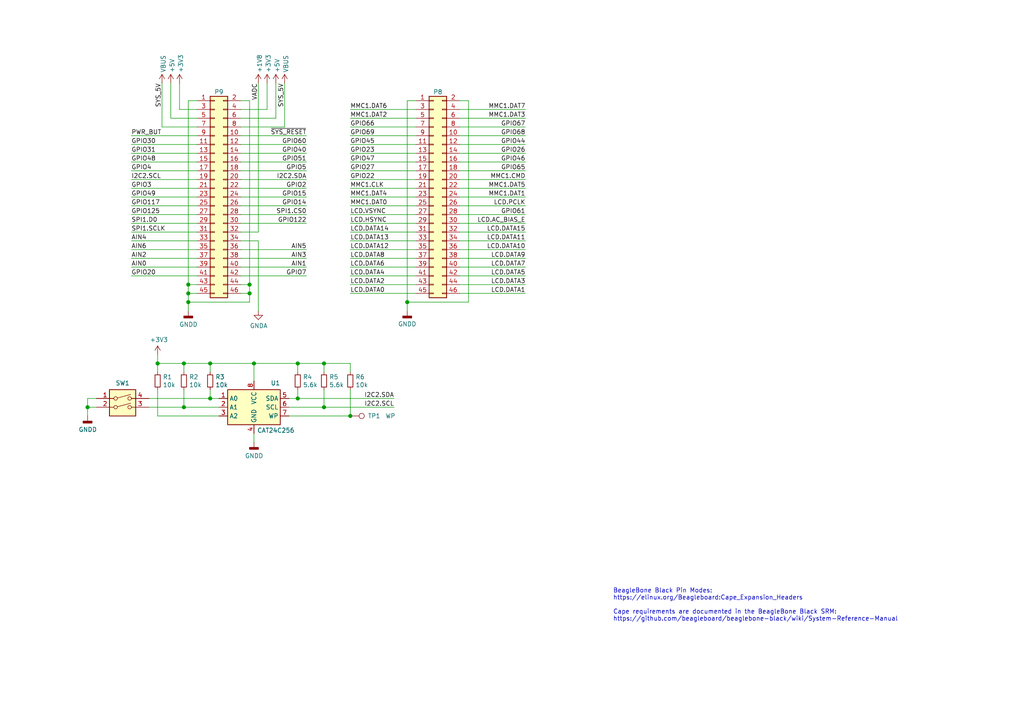
<source format=kicad_sch>
(kicad_sch
	(version 20231120)
	(generator "eeschema")
	(generator_version "8.0")
	(uuid "e63e39d7-6ac0-4ffd-8aa3-1841a4541b55")
	(paper "A4")
	(lib_symbols
		(symbol "Connector:TestPoint"
			(pin_numbers hide)
			(pin_names
				(offset 0.762) hide)
			(exclude_from_sim no)
			(in_bom yes)
			(on_board yes)
			(property "Reference" "TP"
				(at 0 6.858 0)
				(effects
					(font
						(size 1.27 1.27)
					)
				)
			)
			(property "Value" "TestPoint"
				(at 0 5.08 0)
				(effects
					(font
						(size 1.27 1.27)
					)
				)
			)
			(property "Footprint" ""
				(at 5.08 0 0)
				(effects
					(font
						(size 1.27 1.27)
					)
					(hide yes)
				)
			)
			(property "Datasheet" "~"
				(at 5.08 0 0)
				(effects
					(font
						(size 1.27 1.27)
					)
					(hide yes)
				)
			)
			(property "Description" "test point"
				(at 0 0 0)
				(effects
					(font
						(size 1.27 1.27)
					)
					(hide yes)
				)
			)
			(property "ki_keywords" "test point tp"
				(at 0 0 0)
				(effects
					(font
						(size 1.27 1.27)
					)
					(hide yes)
				)
			)
			(property "ki_fp_filters" "Pin* Test*"
				(at 0 0 0)
				(effects
					(font
						(size 1.27 1.27)
					)
					(hide yes)
				)
			)
			(symbol "TestPoint_0_1"
				(circle
					(center 0 3.302)
					(radius 0.762)
					(stroke
						(width 0)
						(type default)
					)
					(fill
						(type none)
					)
				)
			)
			(symbol "TestPoint_1_1"
				(pin passive line
					(at 0 0 90)
					(length 2.54)
					(name "1"
						(effects
							(font
								(size 1.27 1.27)
							)
						)
					)
					(number "1"
						(effects
							(font
								(size 1.27 1.27)
							)
						)
					)
				)
			)
		)
		(symbol "Connector_Generic:Conn_02x23_Odd_Even"
			(pin_names
				(offset 1.016) hide)
			(exclude_from_sim no)
			(in_bom yes)
			(on_board yes)
			(property "Reference" "J"
				(at 1.27 30.48 0)
				(effects
					(font
						(size 1.27 1.27)
					)
				)
			)
			(property "Value" "Conn_02x23_Odd_Even"
				(at 1.27 -30.48 0)
				(effects
					(font
						(size 1.27 1.27)
					)
				)
			)
			(property "Footprint" ""
				(at 0 0 0)
				(effects
					(font
						(size 1.27 1.27)
					)
					(hide yes)
				)
			)
			(property "Datasheet" "~"
				(at 0 0 0)
				(effects
					(font
						(size 1.27 1.27)
					)
					(hide yes)
				)
			)
			(property "Description" "Generic connector, double row, 02x23, odd/even pin numbering scheme (row 1 odd numbers, row 2 even numbers), script generated (kicad-library-utils/schlib/autogen/connector/)"
				(at 0 0 0)
				(effects
					(font
						(size 1.27 1.27)
					)
					(hide yes)
				)
			)
			(property "ki_keywords" "connector"
				(at 0 0 0)
				(effects
					(font
						(size 1.27 1.27)
					)
					(hide yes)
				)
			)
			(property "ki_fp_filters" "Connector*:*_2x??_*"
				(at 0 0 0)
				(effects
					(font
						(size 1.27 1.27)
					)
					(hide yes)
				)
			)
			(symbol "Conn_02x23_Odd_Even_1_1"
				(rectangle
					(start -1.27 -27.813)
					(end 0 -28.067)
					(stroke
						(width 0.1524)
						(type default)
					)
					(fill
						(type none)
					)
				)
				(rectangle
					(start -1.27 -25.273)
					(end 0 -25.527)
					(stroke
						(width 0.1524)
						(type default)
					)
					(fill
						(type none)
					)
				)
				(rectangle
					(start -1.27 -22.733)
					(end 0 -22.987)
					(stroke
						(width 0.1524)
						(type default)
					)
					(fill
						(type none)
					)
				)
				(rectangle
					(start -1.27 -20.193)
					(end 0 -20.447)
					(stroke
						(width 0.1524)
						(type default)
					)
					(fill
						(type none)
					)
				)
				(rectangle
					(start -1.27 -17.653)
					(end 0 -17.907)
					(stroke
						(width 0.1524)
						(type default)
					)
					(fill
						(type none)
					)
				)
				(rectangle
					(start -1.27 -15.113)
					(end 0 -15.367)
					(stroke
						(width 0.1524)
						(type default)
					)
					(fill
						(type none)
					)
				)
				(rectangle
					(start -1.27 -12.573)
					(end 0 -12.827)
					(stroke
						(width 0.1524)
						(type default)
					)
					(fill
						(type none)
					)
				)
				(rectangle
					(start -1.27 -10.033)
					(end 0 -10.287)
					(stroke
						(width 0.1524)
						(type default)
					)
					(fill
						(type none)
					)
				)
				(rectangle
					(start -1.27 -7.493)
					(end 0 -7.747)
					(stroke
						(width 0.1524)
						(type default)
					)
					(fill
						(type none)
					)
				)
				(rectangle
					(start -1.27 -4.953)
					(end 0 -5.207)
					(stroke
						(width 0.1524)
						(type default)
					)
					(fill
						(type none)
					)
				)
				(rectangle
					(start -1.27 -2.413)
					(end 0 -2.667)
					(stroke
						(width 0.1524)
						(type default)
					)
					(fill
						(type none)
					)
				)
				(rectangle
					(start -1.27 0.127)
					(end 0 -0.127)
					(stroke
						(width 0.1524)
						(type default)
					)
					(fill
						(type none)
					)
				)
				(rectangle
					(start -1.27 2.667)
					(end 0 2.413)
					(stroke
						(width 0.1524)
						(type default)
					)
					(fill
						(type none)
					)
				)
				(rectangle
					(start -1.27 5.207)
					(end 0 4.953)
					(stroke
						(width 0.1524)
						(type default)
					)
					(fill
						(type none)
					)
				)
				(rectangle
					(start -1.27 7.747)
					(end 0 7.493)
					(stroke
						(width 0.1524)
						(type default)
					)
					(fill
						(type none)
					)
				)
				(rectangle
					(start -1.27 10.287)
					(end 0 10.033)
					(stroke
						(width 0.1524)
						(type default)
					)
					(fill
						(type none)
					)
				)
				(rectangle
					(start -1.27 12.827)
					(end 0 12.573)
					(stroke
						(width 0.1524)
						(type default)
					)
					(fill
						(type none)
					)
				)
				(rectangle
					(start -1.27 15.367)
					(end 0 15.113)
					(stroke
						(width 0.1524)
						(type default)
					)
					(fill
						(type none)
					)
				)
				(rectangle
					(start -1.27 17.907)
					(end 0 17.653)
					(stroke
						(width 0.1524)
						(type default)
					)
					(fill
						(type none)
					)
				)
				(rectangle
					(start -1.27 20.447)
					(end 0 20.193)
					(stroke
						(width 0.1524)
						(type default)
					)
					(fill
						(type none)
					)
				)
				(rectangle
					(start -1.27 22.987)
					(end 0 22.733)
					(stroke
						(width 0.1524)
						(type default)
					)
					(fill
						(type none)
					)
				)
				(rectangle
					(start -1.27 25.527)
					(end 0 25.273)
					(stroke
						(width 0.1524)
						(type default)
					)
					(fill
						(type none)
					)
				)
				(rectangle
					(start -1.27 28.067)
					(end 0 27.813)
					(stroke
						(width 0.1524)
						(type default)
					)
					(fill
						(type none)
					)
				)
				(rectangle
					(start -1.27 29.21)
					(end 3.81 -29.21)
					(stroke
						(width 0.254)
						(type default)
					)
					(fill
						(type background)
					)
				)
				(rectangle
					(start 3.81 -27.813)
					(end 2.54 -28.067)
					(stroke
						(width 0.1524)
						(type default)
					)
					(fill
						(type none)
					)
				)
				(rectangle
					(start 3.81 -25.273)
					(end 2.54 -25.527)
					(stroke
						(width 0.1524)
						(type default)
					)
					(fill
						(type none)
					)
				)
				(rectangle
					(start 3.81 -22.733)
					(end 2.54 -22.987)
					(stroke
						(width 0.1524)
						(type default)
					)
					(fill
						(type none)
					)
				)
				(rectangle
					(start 3.81 -20.193)
					(end 2.54 -20.447)
					(stroke
						(width 0.1524)
						(type default)
					)
					(fill
						(type none)
					)
				)
				(rectangle
					(start 3.81 -17.653)
					(end 2.54 -17.907)
					(stroke
						(width 0.1524)
						(type default)
					)
					(fill
						(type none)
					)
				)
				(rectangle
					(start 3.81 -15.113)
					(end 2.54 -15.367)
					(stroke
						(width 0.1524)
						(type default)
					)
					(fill
						(type none)
					)
				)
				(rectangle
					(start 3.81 -12.573)
					(end 2.54 -12.827)
					(stroke
						(width 0.1524)
						(type default)
					)
					(fill
						(type none)
					)
				)
				(rectangle
					(start 3.81 -10.033)
					(end 2.54 -10.287)
					(stroke
						(width 0.1524)
						(type default)
					)
					(fill
						(type none)
					)
				)
				(rectangle
					(start 3.81 -7.493)
					(end 2.54 -7.747)
					(stroke
						(width 0.1524)
						(type default)
					)
					(fill
						(type none)
					)
				)
				(rectangle
					(start 3.81 -4.953)
					(end 2.54 -5.207)
					(stroke
						(width 0.1524)
						(type default)
					)
					(fill
						(type none)
					)
				)
				(rectangle
					(start 3.81 -2.413)
					(end 2.54 -2.667)
					(stroke
						(width 0.1524)
						(type default)
					)
					(fill
						(type none)
					)
				)
				(rectangle
					(start 3.81 0.127)
					(end 2.54 -0.127)
					(stroke
						(width 0.1524)
						(type default)
					)
					(fill
						(type none)
					)
				)
				(rectangle
					(start 3.81 2.667)
					(end 2.54 2.413)
					(stroke
						(width 0.1524)
						(type default)
					)
					(fill
						(type none)
					)
				)
				(rectangle
					(start 3.81 5.207)
					(end 2.54 4.953)
					(stroke
						(width 0.1524)
						(type default)
					)
					(fill
						(type none)
					)
				)
				(rectangle
					(start 3.81 7.747)
					(end 2.54 7.493)
					(stroke
						(width 0.1524)
						(type default)
					)
					(fill
						(type none)
					)
				)
				(rectangle
					(start 3.81 10.287)
					(end 2.54 10.033)
					(stroke
						(width 0.1524)
						(type default)
					)
					(fill
						(type none)
					)
				)
				(rectangle
					(start 3.81 12.827)
					(end 2.54 12.573)
					(stroke
						(width 0.1524)
						(type default)
					)
					(fill
						(type none)
					)
				)
				(rectangle
					(start 3.81 15.367)
					(end 2.54 15.113)
					(stroke
						(width 0.1524)
						(type default)
					)
					(fill
						(type none)
					)
				)
				(rectangle
					(start 3.81 17.907)
					(end 2.54 17.653)
					(stroke
						(width 0.1524)
						(type default)
					)
					(fill
						(type none)
					)
				)
				(rectangle
					(start 3.81 20.447)
					(end 2.54 20.193)
					(stroke
						(width 0.1524)
						(type default)
					)
					(fill
						(type none)
					)
				)
				(rectangle
					(start 3.81 22.987)
					(end 2.54 22.733)
					(stroke
						(width 0.1524)
						(type default)
					)
					(fill
						(type none)
					)
				)
				(rectangle
					(start 3.81 25.527)
					(end 2.54 25.273)
					(stroke
						(width 0.1524)
						(type default)
					)
					(fill
						(type none)
					)
				)
				(rectangle
					(start 3.81 28.067)
					(end 2.54 27.813)
					(stroke
						(width 0.1524)
						(type default)
					)
					(fill
						(type none)
					)
				)
				(pin passive line
					(at -5.08 27.94 0)
					(length 3.81)
					(name "Pin_1"
						(effects
							(font
								(size 1.27 1.27)
							)
						)
					)
					(number "1"
						(effects
							(font
								(size 1.27 1.27)
							)
						)
					)
				)
				(pin passive line
					(at 7.62 17.78 180)
					(length 3.81)
					(name "Pin_10"
						(effects
							(font
								(size 1.27 1.27)
							)
						)
					)
					(number "10"
						(effects
							(font
								(size 1.27 1.27)
							)
						)
					)
				)
				(pin passive line
					(at -5.08 15.24 0)
					(length 3.81)
					(name "Pin_11"
						(effects
							(font
								(size 1.27 1.27)
							)
						)
					)
					(number "11"
						(effects
							(font
								(size 1.27 1.27)
							)
						)
					)
				)
				(pin passive line
					(at 7.62 15.24 180)
					(length 3.81)
					(name "Pin_12"
						(effects
							(font
								(size 1.27 1.27)
							)
						)
					)
					(number "12"
						(effects
							(font
								(size 1.27 1.27)
							)
						)
					)
				)
				(pin passive line
					(at -5.08 12.7 0)
					(length 3.81)
					(name "Pin_13"
						(effects
							(font
								(size 1.27 1.27)
							)
						)
					)
					(number "13"
						(effects
							(font
								(size 1.27 1.27)
							)
						)
					)
				)
				(pin passive line
					(at 7.62 12.7 180)
					(length 3.81)
					(name "Pin_14"
						(effects
							(font
								(size 1.27 1.27)
							)
						)
					)
					(number "14"
						(effects
							(font
								(size 1.27 1.27)
							)
						)
					)
				)
				(pin passive line
					(at -5.08 10.16 0)
					(length 3.81)
					(name "Pin_15"
						(effects
							(font
								(size 1.27 1.27)
							)
						)
					)
					(number "15"
						(effects
							(font
								(size 1.27 1.27)
							)
						)
					)
				)
				(pin passive line
					(at 7.62 10.16 180)
					(length 3.81)
					(name "Pin_16"
						(effects
							(font
								(size 1.27 1.27)
							)
						)
					)
					(number "16"
						(effects
							(font
								(size 1.27 1.27)
							)
						)
					)
				)
				(pin passive line
					(at -5.08 7.62 0)
					(length 3.81)
					(name "Pin_17"
						(effects
							(font
								(size 1.27 1.27)
							)
						)
					)
					(number "17"
						(effects
							(font
								(size 1.27 1.27)
							)
						)
					)
				)
				(pin passive line
					(at 7.62 7.62 180)
					(length 3.81)
					(name "Pin_18"
						(effects
							(font
								(size 1.27 1.27)
							)
						)
					)
					(number "18"
						(effects
							(font
								(size 1.27 1.27)
							)
						)
					)
				)
				(pin passive line
					(at -5.08 5.08 0)
					(length 3.81)
					(name "Pin_19"
						(effects
							(font
								(size 1.27 1.27)
							)
						)
					)
					(number "19"
						(effects
							(font
								(size 1.27 1.27)
							)
						)
					)
				)
				(pin passive line
					(at 7.62 27.94 180)
					(length 3.81)
					(name "Pin_2"
						(effects
							(font
								(size 1.27 1.27)
							)
						)
					)
					(number "2"
						(effects
							(font
								(size 1.27 1.27)
							)
						)
					)
				)
				(pin passive line
					(at 7.62 5.08 180)
					(length 3.81)
					(name "Pin_20"
						(effects
							(font
								(size 1.27 1.27)
							)
						)
					)
					(number "20"
						(effects
							(font
								(size 1.27 1.27)
							)
						)
					)
				)
				(pin passive line
					(at -5.08 2.54 0)
					(length 3.81)
					(name "Pin_21"
						(effects
							(font
								(size 1.27 1.27)
							)
						)
					)
					(number "21"
						(effects
							(font
								(size 1.27 1.27)
							)
						)
					)
				)
				(pin passive line
					(at 7.62 2.54 180)
					(length 3.81)
					(name "Pin_22"
						(effects
							(font
								(size 1.27 1.27)
							)
						)
					)
					(number "22"
						(effects
							(font
								(size 1.27 1.27)
							)
						)
					)
				)
				(pin passive line
					(at -5.08 0 0)
					(length 3.81)
					(name "Pin_23"
						(effects
							(font
								(size 1.27 1.27)
							)
						)
					)
					(number "23"
						(effects
							(font
								(size 1.27 1.27)
							)
						)
					)
				)
				(pin passive line
					(at 7.62 0 180)
					(length 3.81)
					(name "Pin_24"
						(effects
							(font
								(size 1.27 1.27)
							)
						)
					)
					(number "24"
						(effects
							(font
								(size 1.27 1.27)
							)
						)
					)
				)
				(pin passive line
					(at -5.08 -2.54 0)
					(length 3.81)
					(name "Pin_25"
						(effects
							(font
								(size 1.27 1.27)
							)
						)
					)
					(number "25"
						(effects
							(font
								(size 1.27 1.27)
							)
						)
					)
				)
				(pin passive line
					(at 7.62 -2.54 180)
					(length 3.81)
					(name "Pin_26"
						(effects
							(font
								(size 1.27 1.27)
							)
						)
					)
					(number "26"
						(effects
							(font
								(size 1.27 1.27)
							)
						)
					)
				)
				(pin passive line
					(at -5.08 -5.08 0)
					(length 3.81)
					(name "Pin_27"
						(effects
							(font
								(size 1.27 1.27)
							)
						)
					)
					(number "27"
						(effects
							(font
								(size 1.27 1.27)
							)
						)
					)
				)
				(pin passive line
					(at 7.62 -5.08 180)
					(length 3.81)
					(name "Pin_28"
						(effects
							(font
								(size 1.27 1.27)
							)
						)
					)
					(number "28"
						(effects
							(font
								(size 1.27 1.27)
							)
						)
					)
				)
				(pin passive line
					(at -5.08 -7.62 0)
					(length 3.81)
					(name "Pin_29"
						(effects
							(font
								(size 1.27 1.27)
							)
						)
					)
					(number "29"
						(effects
							(font
								(size 1.27 1.27)
							)
						)
					)
				)
				(pin passive line
					(at -5.08 25.4 0)
					(length 3.81)
					(name "Pin_3"
						(effects
							(font
								(size 1.27 1.27)
							)
						)
					)
					(number "3"
						(effects
							(font
								(size 1.27 1.27)
							)
						)
					)
				)
				(pin passive line
					(at 7.62 -7.62 180)
					(length 3.81)
					(name "Pin_30"
						(effects
							(font
								(size 1.27 1.27)
							)
						)
					)
					(number "30"
						(effects
							(font
								(size 1.27 1.27)
							)
						)
					)
				)
				(pin passive line
					(at -5.08 -10.16 0)
					(length 3.81)
					(name "Pin_31"
						(effects
							(font
								(size 1.27 1.27)
							)
						)
					)
					(number "31"
						(effects
							(font
								(size 1.27 1.27)
							)
						)
					)
				)
				(pin passive line
					(at 7.62 -10.16 180)
					(length 3.81)
					(name "Pin_32"
						(effects
							(font
								(size 1.27 1.27)
							)
						)
					)
					(number "32"
						(effects
							(font
								(size 1.27 1.27)
							)
						)
					)
				)
				(pin passive line
					(at -5.08 -12.7 0)
					(length 3.81)
					(name "Pin_33"
						(effects
							(font
								(size 1.27 1.27)
							)
						)
					)
					(number "33"
						(effects
							(font
								(size 1.27 1.27)
							)
						)
					)
				)
				(pin passive line
					(at 7.62 -12.7 180)
					(length 3.81)
					(name "Pin_34"
						(effects
							(font
								(size 1.27 1.27)
							)
						)
					)
					(number "34"
						(effects
							(font
								(size 1.27 1.27)
							)
						)
					)
				)
				(pin passive line
					(at -5.08 -15.24 0)
					(length 3.81)
					(name "Pin_35"
						(effects
							(font
								(size 1.27 1.27)
							)
						)
					)
					(number "35"
						(effects
							(font
								(size 1.27 1.27)
							)
						)
					)
				)
				(pin passive line
					(at 7.62 -15.24 180)
					(length 3.81)
					(name "Pin_36"
						(effects
							(font
								(size 1.27 1.27)
							)
						)
					)
					(number "36"
						(effects
							(font
								(size 1.27 1.27)
							)
						)
					)
				)
				(pin passive line
					(at -5.08 -17.78 0)
					(length 3.81)
					(name "Pin_37"
						(effects
							(font
								(size 1.27 1.27)
							)
						)
					)
					(number "37"
						(effects
							(font
								(size 1.27 1.27)
							)
						)
					)
				)
				(pin passive line
					(at 7.62 -17.78 180)
					(length 3.81)
					(name "Pin_38"
						(effects
							(font
								(size 1.27 1.27)
							)
						)
					)
					(number "38"
						(effects
							(font
								(size 1.27 1.27)
							)
						)
					)
				)
				(pin passive line
					(at -5.08 -20.32 0)
					(length 3.81)
					(name "Pin_39"
						(effects
							(font
								(size 1.27 1.27)
							)
						)
					)
					(number "39"
						(effects
							(font
								(size 1.27 1.27)
							)
						)
					)
				)
				(pin passive line
					(at 7.62 25.4 180)
					(length 3.81)
					(name "Pin_4"
						(effects
							(font
								(size 1.27 1.27)
							)
						)
					)
					(number "4"
						(effects
							(font
								(size 1.27 1.27)
							)
						)
					)
				)
				(pin passive line
					(at 7.62 -20.32 180)
					(length 3.81)
					(name "Pin_40"
						(effects
							(font
								(size 1.27 1.27)
							)
						)
					)
					(number "40"
						(effects
							(font
								(size 1.27 1.27)
							)
						)
					)
				)
				(pin passive line
					(at -5.08 -22.86 0)
					(length 3.81)
					(name "Pin_41"
						(effects
							(font
								(size 1.27 1.27)
							)
						)
					)
					(number "41"
						(effects
							(font
								(size 1.27 1.27)
							)
						)
					)
				)
				(pin passive line
					(at 7.62 -22.86 180)
					(length 3.81)
					(name "Pin_42"
						(effects
							(font
								(size 1.27 1.27)
							)
						)
					)
					(number "42"
						(effects
							(font
								(size 1.27 1.27)
							)
						)
					)
				)
				(pin passive line
					(at -5.08 -25.4 0)
					(length 3.81)
					(name "Pin_43"
						(effects
							(font
								(size 1.27 1.27)
							)
						)
					)
					(number "43"
						(effects
							(font
								(size 1.27 1.27)
							)
						)
					)
				)
				(pin passive line
					(at 7.62 -25.4 180)
					(length 3.81)
					(name "Pin_44"
						(effects
							(font
								(size 1.27 1.27)
							)
						)
					)
					(number "44"
						(effects
							(font
								(size 1.27 1.27)
							)
						)
					)
				)
				(pin passive line
					(at -5.08 -27.94 0)
					(length 3.81)
					(name "Pin_45"
						(effects
							(font
								(size 1.27 1.27)
							)
						)
					)
					(number "45"
						(effects
							(font
								(size 1.27 1.27)
							)
						)
					)
				)
				(pin passive line
					(at 7.62 -27.94 180)
					(length 3.81)
					(name "Pin_46"
						(effects
							(font
								(size 1.27 1.27)
							)
						)
					)
					(number "46"
						(effects
							(font
								(size 1.27 1.27)
							)
						)
					)
				)
				(pin passive line
					(at -5.08 22.86 0)
					(length 3.81)
					(name "Pin_5"
						(effects
							(font
								(size 1.27 1.27)
							)
						)
					)
					(number "5"
						(effects
							(font
								(size 1.27 1.27)
							)
						)
					)
				)
				(pin passive line
					(at 7.62 22.86 180)
					(length 3.81)
					(name "Pin_6"
						(effects
							(font
								(size 1.27 1.27)
							)
						)
					)
					(number "6"
						(effects
							(font
								(size 1.27 1.27)
							)
						)
					)
				)
				(pin passive line
					(at -5.08 20.32 0)
					(length 3.81)
					(name "Pin_7"
						(effects
							(font
								(size 1.27 1.27)
							)
						)
					)
					(number "7"
						(effects
							(font
								(size 1.27 1.27)
							)
						)
					)
				)
				(pin passive line
					(at 7.62 20.32 180)
					(length 3.81)
					(name "Pin_8"
						(effects
							(font
								(size 1.27 1.27)
							)
						)
					)
					(number "8"
						(effects
							(font
								(size 1.27 1.27)
							)
						)
					)
				)
				(pin passive line
					(at -5.08 17.78 0)
					(length 3.81)
					(name "Pin_9"
						(effects
							(font
								(size 1.27 1.27)
							)
						)
					)
					(number "9"
						(effects
							(font
								(size 1.27 1.27)
							)
						)
					)
				)
			)
		)
		(symbol "Device:R_Small"
			(pin_numbers hide)
			(pin_names
				(offset 0.254) hide)
			(exclude_from_sim no)
			(in_bom yes)
			(on_board yes)
			(property "Reference" "R"
				(at 0.762 0.508 0)
				(effects
					(font
						(size 1.27 1.27)
					)
					(justify left)
				)
			)
			(property "Value" "R_Small"
				(at 0.762 -1.016 0)
				(effects
					(font
						(size 1.27 1.27)
					)
					(justify left)
				)
			)
			(property "Footprint" ""
				(at 0 0 0)
				(effects
					(font
						(size 1.27 1.27)
					)
					(hide yes)
				)
			)
			(property "Datasheet" "~"
				(at 0 0 0)
				(effects
					(font
						(size 1.27 1.27)
					)
					(hide yes)
				)
			)
			(property "Description" "Resistor, small symbol"
				(at 0 0 0)
				(effects
					(font
						(size 1.27 1.27)
					)
					(hide yes)
				)
			)
			(property "ki_keywords" "R resistor"
				(at 0 0 0)
				(effects
					(font
						(size 1.27 1.27)
					)
					(hide yes)
				)
			)
			(property "ki_fp_filters" "R_*"
				(at 0 0 0)
				(effects
					(font
						(size 1.27 1.27)
					)
					(hide yes)
				)
			)
			(symbol "R_Small_0_1"
				(rectangle
					(start -0.762 1.778)
					(end 0.762 -1.778)
					(stroke
						(width 0.2032)
						(type default)
					)
					(fill
						(type none)
					)
				)
			)
			(symbol "R_Small_1_1"
				(pin passive line
					(at 0 2.54 270)
					(length 0.762)
					(name "~"
						(effects
							(font
								(size 1.27 1.27)
							)
						)
					)
					(number "1"
						(effects
							(font
								(size 1.27 1.27)
							)
						)
					)
				)
				(pin passive line
					(at 0 -2.54 90)
					(length 0.762)
					(name "~"
						(effects
							(font
								(size 1.27 1.27)
							)
						)
					)
					(number "2"
						(effects
							(font
								(size 1.27 1.27)
							)
						)
					)
				)
			)
		)
		(symbol "Memory_EEPROM:CAT24C256"
			(exclude_from_sim no)
			(in_bom yes)
			(on_board yes)
			(property "Reference" "U"
				(at -6.35 6.35 0)
				(effects
					(font
						(size 1.27 1.27)
					)
				)
			)
			(property "Value" "CAT24C256"
				(at 1.27 6.35 0)
				(effects
					(font
						(size 1.27 1.27)
					)
					(justify left)
				)
			)
			(property "Footprint" ""
				(at 0 0 0)
				(effects
					(font
						(size 1.27 1.27)
					)
					(hide yes)
				)
			)
			(property "Datasheet" "https://www.onsemi.cn/PowerSolutions/document/CAT24C256-D.PDF"
				(at 0 0 0)
				(effects
					(font
						(size 1.27 1.27)
					)
					(hide yes)
				)
			)
			(property "Description" "256 kb CMOS Serial EEPROM, DIP-8/SOIC-8/TSSOP-8/DFN-8"
				(at 0 0 0)
				(effects
					(font
						(size 1.27 1.27)
					)
					(hide yes)
				)
			)
			(property "ki_keywords" "I2C EEPROM Serial 256kb"
				(at 0 0 0)
				(effects
					(font
						(size 1.27 1.27)
					)
					(hide yes)
				)
			)
			(property "ki_fp_filters" "DIP*W7.62mm* SOIC*3.9x4.9mm* TSSOP*4.4x3mm*P0.65mm* DFN*3x2mm*P0.5mm*"
				(at 0 0 0)
				(effects
					(font
						(size 1.27 1.27)
					)
					(hide yes)
				)
			)
			(symbol "CAT24C256_1_1"
				(rectangle
					(start -7.62 5.08)
					(end 7.62 -5.08)
					(stroke
						(width 0.254)
						(type default)
					)
					(fill
						(type background)
					)
				)
				(pin input line
					(at -10.16 2.54 0)
					(length 2.54)
					(name "A0"
						(effects
							(font
								(size 1.27 1.27)
							)
						)
					)
					(number "1"
						(effects
							(font
								(size 1.27 1.27)
							)
						)
					)
				)
				(pin input line
					(at -10.16 0 0)
					(length 2.54)
					(name "A1"
						(effects
							(font
								(size 1.27 1.27)
							)
						)
					)
					(number "2"
						(effects
							(font
								(size 1.27 1.27)
							)
						)
					)
				)
				(pin input line
					(at -10.16 -2.54 0)
					(length 2.54)
					(name "A2"
						(effects
							(font
								(size 1.27 1.27)
							)
						)
					)
					(number "3"
						(effects
							(font
								(size 1.27 1.27)
							)
						)
					)
				)
				(pin power_in line
					(at 0 -7.62 90)
					(length 2.54)
					(name "GND"
						(effects
							(font
								(size 1.27 1.27)
							)
						)
					)
					(number "4"
						(effects
							(font
								(size 1.27 1.27)
							)
						)
					)
				)
				(pin bidirectional line
					(at 10.16 2.54 180)
					(length 2.54)
					(name "SDA"
						(effects
							(font
								(size 1.27 1.27)
							)
						)
					)
					(number "5"
						(effects
							(font
								(size 1.27 1.27)
							)
						)
					)
				)
				(pin input line
					(at 10.16 0 180)
					(length 2.54)
					(name "SCL"
						(effects
							(font
								(size 1.27 1.27)
							)
						)
					)
					(number "6"
						(effects
							(font
								(size 1.27 1.27)
							)
						)
					)
				)
				(pin input line
					(at 10.16 -2.54 180)
					(length 2.54)
					(name "WP"
						(effects
							(font
								(size 1.27 1.27)
							)
						)
					)
					(number "7"
						(effects
							(font
								(size 1.27 1.27)
							)
						)
					)
				)
				(pin power_in line
					(at 0 7.62 270)
					(length 2.54)
					(name "VCC"
						(effects
							(font
								(size 1.27 1.27)
							)
						)
					)
					(number "8"
						(effects
							(font
								(size 1.27 1.27)
							)
						)
					)
				)
			)
		)
		(symbol "Switch:SW_DIP_x02"
			(pin_names
				(offset 0) hide)
			(exclude_from_sim no)
			(in_bom yes)
			(on_board yes)
			(property "Reference" "SW"
				(at 0 6.35 0)
				(effects
					(font
						(size 1.27 1.27)
					)
				)
			)
			(property "Value" "SW_DIP_x02"
				(at 0 -3.81 0)
				(effects
					(font
						(size 1.27 1.27)
					)
				)
			)
			(property "Footprint" ""
				(at 0 0 0)
				(effects
					(font
						(size 1.27 1.27)
					)
					(hide yes)
				)
			)
			(property "Datasheet" "~"
				(at 0 0 0)
				(effects
					(font
						(size 1.27 1.27)
					)
					(hide yes)
				)
			)
			(property "Description" "2x DIP Switch, Single Pole Single Throw (SPST) switch, small symbol"
				(at 0 0 0)
				(effects
					(font
						(size 1.27 1.27)
					)
					(hide yes)
				)
			)
			(property "ki_keywords" "dip switch"
				(at 0 0 0)
				(effects
					(font
						(size 1.27 1.27)
					)
					(hide yes)
				)
			)
			(property "ki_fp_filters" "SW?DIP?x2*"
				(at 0 0 0)
				(effects
					(font
						(size 1.27 1.27)
					)
					(hide yes)
				)
			)
			(symbol "SW_DIP_x02_0_0"
				(circle
					(center -2.032 0)
					(radius 0.508)
					(stroke
						(width 0)
						(type default)
					)
					(fill
						(type none)
					)
				)
				(circle
					(center -2.032 2.54)
					(radius 0.508)
					(stroke
						(width 0)
						(type default)
					)
					(fill
						(type none)
					)
				)
				(polyline
					(pts
						(xy -1.524 0.127) (xy 2.3622 1.1684)
					)
					(stroke
						(width 0)
						(type default)
					)
					(fill
						(type none)
					)
				)
				(polyline
					(pts
						(xy -1.524 2.667) (xy 2.3622 3.7084)
					)
					(stroke
						(width 0)
						(type default)
					)
					(fill
						(type none)
					)
				)
				(circle
					(center 2.032 0)
					(radius 0.508)
					(stroke
						(width 0)
						(type default)
					)
					(fill
						(type none)
					)
				)
				(circle
					(center 2.032 2.54)
					(radius 0.508)
					(stroke
						(width 0)
						(type default)
					)
					(fill
						(type none)
					)
				)
			)
			(symbol "SW_DIP_x02_0_1"
				(rectangle
					(start -3.81 5.08)
					(end 3.81 -2.54)
					(stroke
						(width 0.254)
						(type default)
					)
					(fill
						(type background)
					)
				)
			)
			(symbol "SW_DIP_x02_1_1"
				(pin passive line
					(at -7.62 2.54 0)
					(length 5.08)
					(name "~"
						(effects
							(font
								(size 1.27 1.27)
							)
						)
					)
					(number "1"
						(effects
							(font
								(size 1.27 1.27)
							)
						)
					)
				)
				(pin passive line
					(at -7.62 0 0)
					(length 5.08)
					(name "~"
						(effects
							(font
								(size 1.27 1.27)
							)
						)
					)
					(number "2"
						(effects
							(font
								(size 1.27 1.27)
							)
						)
					)
				)
				(pin passive line
					(at 7.62 0 180)
					(length 5.08)
					(name "~"
						(effects
							(font
								(size 1.27 1.27)
							)
						)
					)
					(number "3"
						(effects
							(font
								(size 1.27 1.27)
							)
						)
					)
				)
				(pin passive line
					(at 7.62 2.54 180)
					(length 5.08)
					(name "~"
						(effects
							(font
								(size 1.27 1.27)
							)
						)
					)
					(number "4"
						(effects
							(font
								(size 1.27 1.27)
							)
						)
					)
				)
			)
		)
		(symbol "power:+1V8"
			(power)
			(pin_names
				(offset 0)
			)
			(exclude_from_sim no)
			(in_bom yes)
			(on_board yes)
			(property "Reference" "#PWR"
				(at 0 -3.81 0)
				(effects
					(font
						(size 1.27 1.27)
					)
					(hide yes)
				)
			)
			(property "Value" "+1V8"
				(at 0 3.556 0)
				(effects
					(font
						(size 1.27 1.27)
					)
				)
			)
			(property "Footprint" ""
				(at 0 0 0)
				(effects
					(font
						(size 1.27 1.27)
					)
					(hide yes)
				)
			)
			(property "Datasheet" ""
				(at 0 0 0)
				(effects
					(font
						(size 1.27 1.27)
					)
					(hide yes)
				)
			)
			(property "Description" "Power symbol creates a global label with name \"+1V8\""
				(at 0 0 0)
				(effects
					(font
						(size 1.27 1.27)
					)
					(hide yes)
				)
			)
			(property "ki_keywords" "power-flag"
				(at 0 0 0)
				(effects
					(font
						(size 1.27 1.27)
					)
					(hide yes)
				)
			)
			(symbol "+1V8_0_1"
				(polyline
					(pts
						(xy -0.762 1.27) (xy 0 2.54)
					)
					(stroke
						(width 0)
						(type default)
					)
					(fill
						(type none)
					)
				)
				(polyline
					(pts
						(xy 0 0) (xy 0 2.54)
					)
					(stroke
						(width 0)
						(type default)
					)
					(fill
						(type none)
					)
				)
				(polyline
					(pts
						(xy 0 2.54) (xy 0.762 1.27)
					)
					(stroke
						(width 0)
						(type default)
					)
					(fill
						(type none)
					)
				)
			)
			(symbol "+1V8_1_1"
				(pin power_in line
					(at 0 0 90)
					(length 0) hide
					(name "+1V8"
						(effects
							(font
								(size 1.27 1.27)
							)
						)
					)
					(number "1"
						(effects
							(font
								(size 1.27 1.27)
							)
						)
					)
				)
			)
		)
		(symbol "power:+3.3V"
			(power)
			(pin_names
				(offset 0)
			)
			(exclude_from_sim no)
			(in_bom yes)
			(on_board yes)
			(property "Reference" "#PWR"
				(at 0 -3.81 0)
				(effects
					(font
						(size 1.27 1.27)
					)
					(hide yes)
				)
			)
			(property "Value" "+3.3V"
				(at 0 3.556 0)
				(effects
					(font
						(size 1.27 1.27)
					)
				)
			)
			(property "Footprint" ""
				(at 0 0 0)
				(effects
					(font
						(size 1.27 1.27)
					)
					(hide yes)
				)
			)
			(property "Datasheet" ""
				(at 0 0 0)
				(effects
					(font
						(size 1.27 1.27)
					)
					(hide yes)
				)
			)
			(property "Description" "Power symbol creates a global label with name \"+3.3V\""
				(at 0 0 0)
				(effects
					(font
						(size 1.27 1.27)
					)
					(hide yes)
				)
			)
			(property "ki_keywords" "power-flag"
				(at 0 0 0)
				(effects
					(font
						(size 1.27 1.27)
					)
					(hide yes)
				)
			)
			(symbol "+3.3V_0_1"
				(polyline
					(pts
						(xy -0.762 1.27) (xy 0 2.54)
					)
					(stroke
						(width 0)
						(type default)
					)
					(fill
						(type none)
					)
				)
				(polyline
					(pts
						(xy 0 0) (xy 0 2.54)
					)
					(stroke
						(width 0)
						(type default)
					)
					(fill
						(type none)
					)
				)
				(polyline
					(pts
						(xy 0 2.54) (xy 0.762 1.27)
					)
					(stroke
						(width 0)
						(type default)
					)
					(fill
						(type none)
					)
				)
			)
			(symbol "+3.3V_1_1"
				(pin power_in line
					(at 0 0 90)
					(length 0) hide
					(name "+3V3"
						(effects
							(font
								(size 1.27 1.27)
							)
						)
					)
					(number "1"
						(effects
							(font
								(size 1.27 1.27)
							)
						)
					)
				)
			)
		)
		(symbol "power:+5V"
			(power)
			(pin_names
				(offset 0)
			)
			(exclude_from_sim no)
			(in_bom yes)
			(on_board yes)
			(property "Reference" "#PWR"
				(at 0 -3.81 0)
				(effects
					(font
						(size 1.27 1.27)
					)
					(hide yes)
				)
			)
			(property "Value" "+5V"
				(at 0 3.556 0)
				(effects
					(font
						(size 1.27 1.27)
					)
				)
			)
			(property "Footprint" ""
				(at 0 0 0)
				(effects
					(font
						(size 1.27 1.27)
					)
					(hide yes)
				)
			)
			(property "Datasheet" ""
				(at 0 0 0)
				(effects
					(font
						(size 1.27 1.27)
					)
					(hide yes)
				)
			)
			(property "Description" "Power symbol creates a global label with name \"+5V\""
				(at 0 0 0)
				(effects
					(font
						(size 1.27 1.27)
					)
					(hide yes)
				)
			)
			(property "ki_keywords" "power-flag"
				(at 0 0 0)
				(effects
					(font
						(size 1.27 1.27)
					)
					(hide yes)
				)
			)
			(symbol "+5V_0_1"
				(polyline
					(pts
						(xy -0.762 1.27) (xy 0 2.54)
					)
					(stroke
						(width 0)
						(type default)
					)
					(fill
						(type none)
					)
				)
				(polyline
					(pts
						(xy 0 0) (xy 0 2.54)
					)
					(stroke
						(width 0)
						(type default)
					)
					(fill
						(type none)
					)
				)
				(polyline
					(pts
						(xy 0 2.54) (xy 0.762 1.27)
					)
					(stroke
						(width 0)
						(type default)
					)
					(fill
						(type none)
					)
				)
			)
			(symbol "+5V_1_1"
				(pin power_in line
					(at 0 0 90)
					(length 0) hide
					(name "+5V"
						(effects
							(font
								(size 1.27 1.27)
							)
						)
					)
					(number "1"
						(effects
							(font
								(size 1.27 1.27)
							)
						)
					)
				)
			)
		)
		(symbol "power:GNDA"
			(power)
			(pin_names
				(offset 0)
			)
			(exclude_from_sim no)
			(in_bom yes)
			(on_board yes)
			(property "Reference" "#PWR"
				(at 0 -6.35 0)
				(effects
					(font
						(size 1.27 1.27)
					)
					(hide yes)
				)
			)
			(property "Value" "GNDA"
				(at 0 -3.81 0)
				(effects
					(font
						(size 1.27 1.27)
					)
				)
			)
			(property "Footprint" ""
				(at 0 0 0)
				(effects
					(font
						(size 1.27 1.27)
					)
					(hide yes)
				)
			)
			(property "Datasheet" ""
				(at 0 0 0)
				(effects
					(font
						(size 1.27 1.27)
					)
					(hide yes)
				)
			)
			(property "Description" "Power symbol creates a global label with name \"GNDA\" , analog ground"
				(at 0 0 0)
				(effects
					(font
						(size 1.27 1.27)
					)
					(hide yes)
				)
			)
			(property "ki_keywords" "power-flag"
				(at 0 0 0)
				(effects
					(font
						(size 1.27 1.27)
					)
					(hide yes)
				)
			)
			(symbol "GNDA_0_1"
				(polyline
					(pts
						(xy 0 0) (xy 0 -1.27) (xy 1.27 -1.27) (xy 0 -2.54) (xy -1.27 -1.27) (xy 0 -1.27)
					)
					(stroke
						(width 0)
						(type default)
					)
					(fill
						(type none)
					)
				)
			)
			(symbol "GNDA_1_1"
				(pin power_in line
					(at 0 0 270)
					(length 0) hide
					(name "GNDA"
						(effects
							(font
								(size 1.27 1.27)
							)
						)
					)
					(number "1"
						(effects
							(font
								(size 1.27 1.27)
							)
						)
					)
				)
			)
		)
		(symbol "power:GNDD"
			(power)
			(pin_names
				(offset 0)
			)
			(exclude_from_sim no)
			(in_bom yes)
			(on_board yes)
			(property "Reference" "#PWR"
				(at 0 -6.35 0)
				(effects
					(font
						(size 1.27 1.27)
					)
					(hide yes)
				)
			)
			(property "Value" "GNDD"
				(at 0 -3.175 0)
				(effects
					(font
						(size 1.27 1.27)
					)
				)
			)
			(property "Footprint" ""
				(at 0 0 0)
				(effects
					(font
						(size 1.27 1.27)
					)
					(hide yes)
				)
			)
			(property "Datasheet" ""
				(at 0 0 0)
				(effects
					(font
						(size 1.27 1.27)
					)
					(hide yes)
				)
			)
			(property "Description" "Power symbol creates a global label with name \"GNDD\" , digital ground"
				(at 0 0 0)
				(effects
					(font
						(size 1.27 1.27)
					)
					(hide yes)
				)
			)
			(property "ki_keywords" "power-flag"
				(at 0 0 0)
				(effects
					(font
						(size 1.27 1.27)
					)
					(hide yes)
				)
			)
			(symbol "GNDD_0_1"
				(rectangle
					(start -1.27 -1.524)
					(end 1.27 -2.032)
					(stroke
						(width 0.254)
						(type default)
					)
					(fill
						(type outline)
					)
				)
				(polyline
					(pts
						(xy 0 0) (xy 0 -1.524)
					)
					(stroke
						(width 0)
						(type default)
					)
					(fill
						(type none)
					)
				)
			)
			(symbol "GNDD_1_1"
				(pin power_in line
					(at 0 0 270)
					(length 0) hide
					(name "GNDD"
						(effects
							(font
								(size 1.27 1.27)
							)
						)
					)
					(number "1"
						(effects
							(font
								(size 1.27 1.27)
							)
						)
					)
				)
			)
		)
		(symbol "power:VBUS"
			(power)
			(pin_names
				(offset 0)
			)
			(exclude_from_sim no)
			(in_bom yes)
			(on_board yes)
			(property "Reference" "#PWR"
				(at 0 -3.81 0)
				(effects
					(font
						(size 1.27 1.27)
					)
					(hide yes)
				)
			)
			(property "Value" "VBUS"
				(at 0 3.81 0)
				(effects
					(font
						(size 1.27 1.27)
					)
				)
			)
			(property "Footprint" ""
				(at 0 0 0)
				(effects
					(font
						(size 1.27 1.27)
					)
					(hide yes)
				)
			)
			(property "Datasheet" ""
				(at 0 0 0)
				(effects
					(font
						(size 1.27 1.27)
					)
					(hide yes)
				)
			)
			(property "Description" "Power symbol creates a global label with name \"VBUS\""
				(at 0 0 0)
				(effects
					(font
						(size 1.27 1.27)
					)
					(hide yes)
				)
			)
			(property "ki_keywords" "power-flag"
				(at 0 0 0)
				(effects
					(font
						(size 1.27 1.27)
					)
					(hide yes)
				)
			)
			(symbol "VBUS_0_1"
				(polyline
					(pts
						(xy -0.762 1.27) (xy 0 2.54)
					)
					(stroke
						(width 0)
						(type default)
					)
					(fill
						(type none)
					)
				)
				(polyline
					(pts
						(xy 0 0) (xy 0 2.54)
					)
					(stroke
						(width 0)
						(type default)
					)
					(fill
						(type none)
					)
				)
				(polyline
					(pts
						(xy 0 2.54) (xy 0.762 1.27)
					)
					(stroke
						(width 0)
						(type default)
					)
					(fill
						(type none)
					)
				)
			)
			(symbol "VBUS_1_1"
				(pin power_in line
					(at 0 0 90)
					(length 0) hide
					(name "VBUS"
						(effects
							(font
								(size 1.27 1.27)
							)
						)
					)
					(number "1"
						(effects
							(font
								(size 1.27 1.27)
							)
						)
					)
				)
			)
		)
	)
	(junction
		(at 60.96 115.57)
		(diameter 1.016)
		(color 0 0 0 0)
		(uuid "0217dfc4-fc13-4699-99ad-d9948522648e")
	)
	(junction
		(at 73.66 105.41)
		(diameter 1.016)
		(color 0 0 0 0)
		(uuid "1d9cdadc-9036-4a95-b6db-fa7b3b74c869")
	)
	(junction
		(at 86.36 115.57)
		(diameter 1.016)
		(color 0 0 0 0)
		(uuid "24f7628d-681d-4f0e-8409-40a129e929d9")
	)
	(junction
		(at 54.61 85.09)
		(diameter 1.016)
		(color 0 0 0 0)
		(uuid "2f215f15-3d52-4c91-93e6-3ea03a95622f")
	)
	(junction
		(at 86.36 105.41)
		(diameter 1.016)
		(color 0 0 0 0)
		(uuid "3a7648d8-121a-4921-9b92-9b35b76ce39b")
	)
	(junction
		(at 93.98 105.41)
		(diameter 1.016)
		(color 0 0 0 0)
		(uuid "3e903008-0276-4a73-8edb-5d9dfde6297c")
	)
	(junction
		(at 118.11 87.63)
		(diameter 1.016)
		(color 0 0 0 0)
		(uuid "45008225-f50f-4d6b-b508-6730a9408caf")
	)
	(junction
		(at 54.61 82.55)
		(diameter 1.016)
		(color 0 0 0 0)
		(uuid "61fe293f-6808-4b7f-9340-9aaac7054a97")
	)
	(junction
		(at 53.34 105.41)
		(diameter 1.016)
		(color 0 0 0 0)
		(uuid "63ff1c93-3f96-4c33-b498-5dd8c33bccc0")
	)
	(junction
		(at 101.6 120.65)
		(diameter 1.016)
		(color 0 0 0 0)
		(uuid "6475547d-3216-45a4-a15c-48314f1dd0f9")
	)
	(junction
		(at 72.39 85.09)
		(diameter 1.016)
		(color 0 0 0 0)
		(uuid "6bfe5804-2ef9-4c65-b2a7-f01e4014370a")
	)
	(junction
		(at 93.98 118.11)
		(diameter 1.016)
		(color 0 0 0 0)
		(uuid "75ffc65c-7132-4411-9f2a-ae0c73d79338")
	)
	(junction
		(at 54.61 87.63)
		(diameter 1.016)
		(color 0 0 0 0)
		(uuid "8da933a9-35f8-42e6-8504-d1bab7264306")
	)
	(junction
		(at 45.72 105.41)
		(diameter 1.016)
		(color 0 0 0 0)
		(uuid "9e1b837f-0d34-4a18-9644-9ee68f141f46")
	)
	(junction
		(at 53.34 118.11)
		(diameter 1.016)
		(color 0 0 0 0)
		(uuid "b88717bd-086f-46cd-9d3f-0396009d0996")
	)
	(junction
		(at 60.96 105.41)
		(diameter 1.016)
		(color 0 0 0 0)
		(uuid "bd5408e4-362d-4e43-9d39-78fb99eb52c8")
	)
	(junction
		(at 25.4 118.11)
		(diameter 1.016)
		(color 0 0 0 0)
		(uuid "c01d25cd-f4bb-4ef3-b5ea-533a2a4ddb2b")
	)
	(junction
		(at 72.39 82.55)
		(diameter 1.016)
		(color 0 0 0 0)
		(uuid "c0eca5ed-bc5e-4618-9bcd-80945bea41ed")
	)
	(wire
		(pts
			(xy 38.1 64.77) (xy 57.15 64.77)
		)
		(stroke
			(width 0)
			(type solid)
		)
		(uuid "0076b710-0dbc-4833-919a-2a55ac71f2fb")
	)
	(wire
		(pts
			(xy 133.35 59.69) (xy 152.4 59.69)
		)
		(stroke
			(width 0)
			(type solid)
		)
		(uuid "0764365f-6dd9-47c9-a73a-b208a53bfd57")
	)
	(wire
		(pts
			(xy 86.36 113.03) (xy 86.36 115.57)
		)
		(stroke
			(width 0)
			(type solid)
		)
		(uuid "0792438a-d6b9-455b-a418-cfae4e3bf3a1")
	)
	(wire
		(pts
			(xy 86.36 115.57) (xy 83.82 115.57)
		)
		(stroke
			(width 0)
			(type solid)
		)
		(uuid "0792438a-d6b9-455b-a418-cfae4e3bf3a2")
	)
	(wire
		(pts
			(xy 60.96 105.41) (xy 60.96 107.95)
		)
		(stroke
			(width 0)
			(type solid)
		)
		(uuid "0821e2eb-4f9a-421f-a126-b102e5fb564a")
	)
	(wire
		(pts
			(xy 69.85 64.77) (xy 88.9 64.77)
		)
		(stroke
			(width 0)
			(type solid)
		)
		(uuid "08254701-3119-407c-a4ca-b4c999cba6aa")
	)
	(wire
		(pts
			(xy 57.15 34.29) (xy 49.53 34.29)
		)
		(stroke
			(width 0)
			(type solid)
		)
		(uuid "09c6d31c-6921-4ada-9a7a-6ce320949c12")
	)
	(wire
		(pts
			(xy 74.93 69.85) (xy 74.93 90.17)
		)
		(stroke
			(width 0)
			(type solid)
		)
		(uuid "0b54dc65-c319-4f98-a5bf-0fc0746e8144")
	)
	(wire
		(pts
			(xy 133.35 54.61) (xy 152.4 54.61)
		)
		(stroke
			(width 0)
			(type solid)
		)
		(uuid "0bb7388e-7393-44ac-8bf7-26879bf41501")
	)
	(wire
		(pts
			(xy 133.35 64.77) (xy 152.4 64.77)
		)
		(stroke
			(width 0)
			(type solid)
		)
		(uuid "0dbfcdd4-9992-41c3-b186-d0f090355e42")
	)
	(wire
		(pts
			(xy 57.15 36.83) (xy 46.99 36.83)
		)
		(stroke
			(width 0)
			(type solid)
		)
		(uuid "0f3b00e1-fc99-4687-a350-7272a0c19f46")
	)
	(wire
		(pts
			(xy 54.61 82.55) (xy 57.15 82.55)
		)
		(stroke
			(width 0)
			(type solid)
		)
		(uuid "10fa2751-b171-4188-9368-e39561aa0c2e")
	)
	(wire
		(pts
			(xy 54.61 85.09) (xy 54.61 82.55)
		)
		(stroke
			(width 0)
			(type solid)
		)
		(uuid "10fa2751-b171-4188-9368-e39561aa0c2f")
	)
	(wire
		(pts
			(xy 69.85 80.01) (xy 88.9 80.01)
		)
		(stroke
			(width 0)
			(type solid)
		)
		(uuid "11a32558-1bce-4b42-ab8f-e34db6ad68a1")
	)
	(wire
		(pts
			(xy 133.35 72.39) (xy 152.4 72.39)
		)
		(stroke
			(width 0)
			(type solid)
		)
		(uuid "132ca310-3495-494f-ae23-6781e1b40163")
	)
	(wire
		(pts
			(xy 69.85 74.93) (xy 88.9 74.93)
		)
		(stroke
			(width 0)
			(type solid)
		)
		(uuid "18aa5497-fa2f-4fba-8f04-d8ce688169de")
	)
	(wire
		(pts
			(xy 101.6 46.99) (xy 120.65 46.99)
		)
		(stroke
			(width 0)
			(type solid)
		)
		(uuid "1a422e25-3705-42bf-958e-bdabf6e14fef")
	)
	(wire
		(pts
			(xy 133.35 74.93) (xy 152.4 74.93)
		)
		(stroke
			(width 0)
			(type solid)
		)
		(uuid "1aa9b743-f985-4825-9f8e-230ec3d0b6ea")
	)
	(wire
		(pts
			(xy 69.85 59.69) (xy 88.9 59.69)
		)
		(stroke
			(width 0)
			(type solid)
		)
		(uuid "1b6ca585-d51f-4795-b686-83570e87729e")
	)
	(wire
		(pts
			(xy 38.1 67.31) (xy 57.15 67.31)
		)
		(stroke
			(width 0)
			(type solid)
		)
		(uuid "1bfbae65-f842-455c-876b-1d2701408533")
	)
	(wire
		(pts
			(xy 69.85 77.47) (xy 88.9 77.47)
		)
		(stroke
			(width 0)
			(type solid)
		)
		(uuid "21e12682-a308-4746-be3d-9a1a4de09ec9")
	)
	(wire
		(pts
			(xy 101.6 67.31) (xy 120.65 67.31)
		)
		(stroke
			(width 0)
			(type solid)
		)
		(uuid "229aca72-f5bb-4cb9-977f-48b1a1598328")
	)
	(wire
		(pts
			(xy 101.6 39.37) (xy 120.65 39.37)
		)
		(stroke
			(width 0)
			(type solid)
		)
		(uuid "22e2d0fd-ec43-4ee9-b34d-cc75311a06eb")
	)
	(wire
		(pts
			(xy 101.6 105.41) (xy 93.98 105.41)
		)
		(stroke
			(width 0)
			(type solid)
		)
		(uuid "24175d39-bcc0-4e51-91b1-616ed799d21b")
	)
	(wire
		(pts
			(xy 69.85 69.85) (xy 74.93 69.85)
		)
		(stroke
			(width 0)
			(type solid)
		)
		(uuid "2461b8c6-6a18-4c08-989b-6d3edcbef310")
	)
	(wire
		(pts
			(xy 54.61 87.63) (xy 72.39 87.63)
		)
		(stroke
			(width 0)
			(type solid)
		)
		(uuid "24db55d8-c498-4b1e-a639-a3396a1a2ef3")
	)
	(wire
		(pts
			(xy 38.1 46.99) (xy 57.15 46.99)
		)
		(stroke
			(width 0)
			(type solid)
		)
		(uuid "28da167d-07b5-4e51-b6b3-3b3eb9abd425")
	)
	(wire
		(pts
			(xy 133.35 49.53) (xy 152.4 49.53)
		)
		(stroke
			(width 0)
			(type solid)
		)
		(uuid "2ab45e31-90b9-4498-baa7-ff60520eafd6")
	)
	(wire
		(pts
			(xy 57.15 31.75) (xy 52.07 31.75)
		)
		(stroke
			(width 0)
			(type solid)
		)
		(uuid "2f9568ae-a4f8-4204-ba50-aed9cfb7fcd7")
	)
	(wire
		(pts
			(xy 25.4 115.57) (xy 27.94 115.57)
		)
		(stroke
			(width 0)
			(type solid)
		)
		(uuid "30b43193-c0c0-48bc-952e-60b92e4dd9f7")
	)
	(wire
		(pts
			(xy 25.4 118.11) (xy 25.4 115.57)
		)
		(stroke
			(width 0)
			(type solid)
		)
		(uuid "30b43193-c0c0-48bc-952e-60b92e4dd9f8")
	)
	(wire
		(pts
			(xy 25.4 120.65) (xy 25.4 118.11)
		)
		(stroke
			(width 0)
			(type solid)
		)
		(uuid "30b43193-c0c0-48bc-952e-60b92e4dd9f9")
	)
	(wire
		(pts
			(xy 38.1 44.45) (xy 57.15 44.45)
		)
		(stroke
			(width 0)
			(type solid)
		)
		(uuid "30f99261-01f5-4cf9-b2c4-2ce1d6aeb7cf")
	)
	(wire
		(pts
			(xy 38.1 57.15) (xy 57.15 57.15)
		)
		(stroke
			(width 0)
			(type solid)
		)
		(uuid "310073d5-13f9-40e7-b81e-a9192514870a")
	)
	(wire
		(pts
			(xy 118.11 87.63) (xy 135.89 87.63)
		)
		(stroke
			(width 0)
			(type solid)
		)
		(uuid "37349bc2-d5a5-4cb6-9b0c-22d05f755171")
	)
	(wire
		(pts
			(xy 135.89 29.21) (xy 135.89 87.63)
		)
		(stroke
			(width 0)
			(type solid)
		)
		(uuid "37349bc2-d5a5-4cb6-9b0c-22d05f755172")
	)
	(wire
		(pts
			(xy 69.85 36.83) (xy 82.55 36.83)
		)
		(stroke
			(width 0)
			(type solid)
		)
		(uuid "3a00696e-a771-4de6-9f3c-69b1e35ce1e1")
	)
	(wire
		(pts
			(xy 45.72 105.41) (xy 53.34 105.41)
		)
		(stroke
			(width 0)
			(type solid)
		)
		(uuid "407e53a2-967f-4188-80b9-9e0a73d6bee5")
	)
	(wire
		(pts
			(xy 38.1 77.47) (xy 57.15 77.47)
		)
		(stroke
			(width 0)
			(type solid)
		)
		(uuid "4399c17d-7e2e-4a37-aca1-bf44884b368e")
	)
	(wire
		(pts
			(xy 49.53 34.29) (xy 49.53 24.13)
		)
		(stroke
			(width 0)
			(type solid)
		)
		(uuid "43b43cf9-5f5a-4885-9787-e323d0e81ed9")
	)
	(wire
		(pts
			(xy 101.6 44.45) (xy 120.65 44.45)
		)
		(stroke
			(width 0)
			(type solid)
		)
		(uuid "43dce230-da61-4bd6-80a8-cda774ad5215")
	)
	(wire
		(pts
			(xy 118.11 29.21) (xy 120.65 29.21)
		)
		(stroke
			(width 0)
			(type solid)
		)
		(uuid "44bd2ec1-121a-4e1f-bdda-7bf8c67c277e")
	)
	(wire
		(pts
			(xy 101.6 80.01) (xy 120.65 80.01)
		)
		(stroke
			(width 0)
			(type solid)
		)
		(uuid "459dc41d-20c5-4b31-9ce1-c7f2d27efec4")
	)
	(wire
		(pts
			(xy 73.66 105.41) (xy 86.36 105.41)
		)
		(stroke
			(width 0)
			(type solid)
		)
		(uuid "48f8126f-078c-46f0-a773-342a05a67ed6")
	)
	(wire
		(pts
			(xy 86.36 105.41) (xy 86.36 107.95)
		)
		(stroke
			(width 0)
			(type solid)
		)
		(uuid "48f8126f-078c-46f0-a773-342a05a67ed7")
	)
	(wire
		(pts
			(xy 86.36 105.41) (xy 93.98 105.41)
		)
		(stroke
			(width 0)
			(type solid)
		)
		(uuid "4c4c017f-12d8-4194-8f65-2c63b3d85896")
	)
	(wire
		(pts
			(xy 93.98 105.41) (xy 93.98 107.95)
		)
		(stroke
			(width 0)
			(type solid)
		)
		(uuid "4c4c017f-12d8-4194-8f65-2c63b3d85897")
	)
	(wire
		(pts
			(xy 93.98 113.03) (xy 93.98 118.11)
		)
		(stroke
			(width 0)
			(type solid)
		)
		(uuid "4d95eae1-07c9-4982-9f41-59124b1b9a6f")
	)
	(wire
		(pts
			(xy 93.98 118.11) (xy 83.82 118.11)
		)
		(stroke
			(width 0)
			(type solid)
		)
		(uuid "4d95eae1-07c9-4982-9f41-59124b1b9a70")
	)
	(wire
		(pts
			(xy 133.35 62.23) (xy 152.4 62.23)
		)
		(stroke
			(width 0)
			(type solid)
		)
		(uuid "4e3f175e-1e6e-405f-af08-cd6d218052a9")
	)
	(wire
		(pts
			(xy 69.85 31.75) (xy 77.47 31.75)
		)
		(stroke
			(width 0)
			(type solid)
		)
		(uuid "4f7813f7-c452-4716-b805-895dcde7cf00")
	)
	(wire
		(pts
			(xy 80.01 34.29) (xy 80.01 24.13)
		)
		(stroke
			(width 0)
			(type solid)
		)
		(uuid "4fd126b4-50fe-44e9-84f8-81503a3efdef")
	)
	(wire
		(pts
			(xy 77.47 31.75) (xy 77.47 24.13)
		)
		(stroke
			(width 0)
			(type solid)
		)
		(uuid "51c46bd1-3fc0-460e-a2e5-c7b782850a7e")
	)
	(wire
		(pts
			(xy 53.34 105.41) (xy 53.34 107.95)
		)
		(stroke
			(width 0)
			(type solid)
		)
		(uuid "51e324fe-1d58-487d-936b-2166cb1f56ec")
	)
	(wire
		(pts
			(xy 73.66 125.73) (xy 73.66 128.27)
		)
		(stroke
			(width 0)
			(type solid)
		)
		(uuid "51f5c161-39c8-4b4c-8362-a760d50bd7e2")
	)
	(wire
		(pts
			(xy 118.11 29.21) (xy 118.11 87.63)
		)
		(stroke
			(width 0)
			(type solid)
		)
		(uuid "54bcd2a7-0ab6-457c-b7e7-7de95511e7d9")
	)
	(wire
		(pts
			(xy 118.11 87.63) (xy 118.11 90.17)
		)
		(stroke
			(width 0)
			(type solid)
		)
		(uuid "54bcd2a7-0ab6-457c-b7e7-7de95511e7da")
	)
	(wire
		(pts
			(xy 52.07 31.75) (xy 52.07 24.13)
		)
		(stroke
			(width 0)
			(type solid)
		)
		(uuid "54e07f06-6271-4f5c-8fcd-3eba54f68780")
	)
	(wire
		(pts
			(xy 101.6 31.75) (xy 120.65 31.75)
		)
		(stroke
			(width 0)
			(type solid)
		)
		(uuid "574318bf-d619-48cd-9a40-2e3d566a7efb")
	)
	(wire
		(pts
			(xy 69.85 52.07) (xy 88.9 52.07)
		)
		(stroke
			(width 0)
			(type solid)
		)
		(uuid "5dd21dfa-5f9c-4807-aea2-0acd03922e6d")
	)
	(wire
		(pts
			(xy 101.6 82.55) (xy 120.65 82.55)
		)
		(stroke
			(width 0)
			(type solid)
		)
		(uuid "621136d3-f27c-40c6-b828-44c2985c82ef")
	)
	(wire
		(pts
			(xy 101.6 49.53) (xy 120.65 49.53)
		)
		(stroke
			(width 0)
			(type solid)
		)
		(uuid "650d9f96-ae88-46b3-9869-f65a837de473")
	)
	(wire
		(pts
			(xy 38.1 72.39) (xy 57.15 72.39)
		)
		(stroke
			(width 0)
			(type solid)
		)
		(uuid "66385eb4-5112-4b80-ad67-b16a35bb0f35")
	)
	(wire
		(pts
			(xy 133.35 57.15) (xy 152.4 57.15)
		)
		(stroke
			(width 0)
			(type solid)
		)
		(uuid "71da3fe8-4779-4669-aa4f-df2e69be80a0")
	)
	(wire
		(pts
			(xy 46.99 36.83) (xy 46.99 24.13)
		)
		(stroke
			(width 0)
			(type solid)
		)
		(uuid "7454e0db-6591-477c-89f8-43bfc67d5505")
	)
	(wire
		(pts
			(xy 38.1 62.23) (xy 57.15 62.23)
		)
		(stroke
			(width 0)
			(type solid)
		)
		(uuid "753fbf3d-c1e0-4443-8168-1ccd0b0db7f0")
	)
	(wire
		(pts
			(xy 133.35 39.37) (xy 152.4 39.37)
		)
		(stroke
			(width 0)
			(type solid)
		)
		(uuid "7554a904-b88b-453c-81d8-341138bf9371")
	)
	(wire
		(pts
			(xy 69.85 82.55) (xy 72.39 82.55)
		)
		(stroke
			(width 0)
			(type solid)
		)
		(uuid "7a42d7ff-786e-4e28-a62c-34710c8a0159")
	)
	(wire
		(pts
			(xy 72.39 82.55) (xy 72.39 85.09)
		)
		(stroke
			(width 0)
			(type solid)
		)
		(uuid "7a42d7ff-786e-4e28-a62c-34710c8a015a")
	)
	(wire
		(pts
			(xy 72.39 85.09) (xy 72.39 87.63)
		)
		(stroke
			(width 0)
			(type solid)
		)
		(uuid "7a42d7ff-786e-4e28-a62c-34710c8a015b")
	)
	(wire
		(pts
			(xy 133.35 34.29) (xy 152.4 34.29)
		)
		(stroke
			(width 0)
			(type solid)
		)
		(uuid "7b8b2e54-25cd-4ab4-853a-31fd547570f5")
	)
	(wire
		(pts
			(xy 69.85 62.23) (xy 88.9 62.23)
		)
		(stroke
			(width 0)
			(type solid)
		)
		(uuid "7f0e0430-cc62-4f0b-9659-9484a24a750d")
	)
	(wire
		(pts
			(xy 69.85 44.45) (xy 88.9 44.45)
		)
		(stroke
			(width 0)
			(type solid)
		)
		(uuid "810d2cdb-327a-4bb7-a2d1-1ecaadb00c65")
	)
	(wire
		(pts
			(xy 101.6 57.15) (xy 120.65 57.15)
		)
		(stroke
			(width 0)
			(type solid)
		)
		(uuid "82653d17-f98d-4005-ae0c-b3545b2e3dfa")
	)
	(wire
		(pts
			(xy 69.85 29.21) (xy 72.39 29.21)
		)
		(stroke
			(width 0)
			(type solid)
		)
		(uuid "8675eaec-1cd4-4b6d-8804-970301899390")
	)
	(wire
		(pts
			(xy 43.18 115.57) (xy 60.96 115.57)
		)
		(stroke
			(width 0)
			(type solid)
		)
		(uuid "895c83bb-27f8-4c27-a838-f24ec5793ec8")
	)
	(wire
		(pts
			(xy 38.1 54.61) (xy 57.15 54.61)
		)
		(stroke
			(width 0)
			(type solid)
		)
		(uuid "8b5b5e41-6f01-4717-88ed-7c0f93ea71da")
	)
	(wire
		(pts
			(xy 69.85 49.53) (xy 88.9 49.53)
		)
		(stroke
			(width 0)
			(type solid)
		)
		(uuid "8f986d78-8f1b-4042-bd2f-af408856fbd8")
	)
	(wire
		(pts
			(xy 74.93 24.13) (xy 74.93 67.31)
		)
		(stroke
			(width 0)
			(type solid)
		)
		(uuid "8fd1b9f1-d6bb-4d90-95d5-380c7a70e94d")
	)
	(wire
		(pts
			(xy 101.6 85.09) (xy 120.65 85.09)
		)
		(stroke
			(width 0)
			(type solid)
		)
		(uuid "90a95708-9e00-4253-a597-3b27cd2e88f1")
	)
	(wire
		(pts
			(xy 133.35 29.21) (xy 135.89 29.21)
		)
		(stroke
			(width 0)
			(type solid)
		)
		(uuid "9331e820-ecb0-4ff6-9df7-44b5b5b18532")
	)
	(wire
		(pts
			(xy 133.35 82.55) (xy 152.4 82.55)
		)
		(stroke
			(width 0)
			(type solid)
		)
		(uuid "948fc6b8-c095-4f34-bdf7-0121cf2f4081")
	)
	(wire
		(pts
			(xy 72.39 29.21) (xy 72.39 82.55)
		)
		(stroke
			(width 0)
			(type solid)
		)
		(uuid "94df06d3-d815-41e4-9477-31032fbfa651")
	)
	(wire
		(pts
			(xy 69.85 57.15) (xy 88.9 57.15)
		)
		(stroke
			(width 0)
			(type solid)
		)
		(uuid "9503bdb7-77ff-4ea3-ac1f-416e311e9b79")
	)
	(wire
		(pts
			(xy 101.6 74.93) (xy 120.65 74.93)
		)
		(stroke
			(width 0)
			(type solid)
		)
		(uuid "95ad0fc7-2139-48a4-9f7d-320286640178")
	)
	(wire
		(pts
			(xy 38.1 80.01) (xy 57.15 80.01)
		)
		(stroke
			(width 0)
			(type solid)
		)
		(uuid "988e4aba-0e45-4f44-9b5b-62b9c6864e08")
	)
	(wire
		(pts
			(xy 69.85 54.61) (xy 88.9 54.61)
		)
		(stroke
			(width 0)
			(type solid)
		)
		(uuid "990a2fa6-0a91-420d-9d49-4de82be52a7b")
	)
	(wire
		(pts
			(xy 38.1 49.53) (xy 57.15 49.53)
		)
		(stroke
			(width 0)
			(type solid)
		)
		(uuid "9cbc655d-7e21-45d0-b051-4211fac8da18")
	)
	(wire
		(pts
			(xy 101.6 36.83) (xy 120.65 36.83)
		)
		(stroke
			(width 0)
			(type solid)
		)
		(uuid "9fb1ec82-7110-4de4-b515-3ecc8837cb5f")
	)
	(wire
		(pts
			(xy 45.72 102.87) (xy 45.72 105.41)
		)
		(stroke
			(width 0)
			(type solid)
		)
		(uuid "a2d82b7b-bb2f-4ac8-a570-247c9d32a74e")
	)
	(wire
		(pts
			(xy 45.72 105.41) (xy 45.72 107.95)
		)
		(stroke
			(width 0)
			(type solid)
		)
		(uuid "a2d82b7b-bb2f-4ac8-a570-247c9d32a74f")
	)
	(wire
		(pts
			(xy 101.6 59.69) (xy 120.65 59.69)
		)
		(stroke
			(width 0)
			(type solid)
		)
		(uuid "a39f0298-7bbf-4ac4-a7c5-4e93183f5863")
	)
	(wire
		(pts
			(xy 101.6 52.07) (xy 120.65 52.07)
		)
		(stroke
			(width 0)
			(type solid)
		)
		(uuid "a3c7cee2-6c48-4dc3-b08a-b2f0ffc6b98c")
	)
	(wire
		(pts
			(xy 133.35 46.99) (xy 152.4 46.99)
		)
		(stroke
			(width 0)
			(type solid)
		)
		(uuid "a9029c45-3db5-4588-a9e9-51e07019059d")
	)
	(wire
		(pts
			(xy 60.96 105.41) (xy 73.66 105.41)
		)
		(stroke
			(width 0)
			(type solid)
		)
		(uuid "a9cccc77-5eee-4f7e-9b77-c8814a9c6d07")
	)
	(wire
		(pts
			(xy 73.66 105.41) (xy 73.66 110.49)
		)
		(stroke
			(width 0)
			(type solid)
		)
		(uuid "a9cccc77-5eee-4f7e-9b77-c8814a9c6d08")
	)
	(wire
		(pts
			(xy 101.6 69.85) (xy 120.65 69.85)
		)
		(stroke
			(width 0)
			(type solid)
		)
		(uuid "abf1007b-01ef-449b-a61b-15b16e117a2f")
	)
	(wire
		(pts
			(xy 82.55 24.13) (xy 82.55 36.83)
		)
		(stroke
			(width 0)
			(type solid)
		)
		(uuid "af6797ea-6c79-4f12-a05f-26ee14085f9e")
	)
	(wire
		(pts
			(xy 54.61 29.21) (xy 54.61 82.55)
		)
		(stroke
			(width 0)
			(type solid)
		)
		(uuid "b28dc45f-c32a-4b3c-a880-ae747c51ea93")
	)
	(wire
		(pts
			(xy 57.15 29.21) (xy 54.61 29.21)
		)
		(stroke
			(width 0)
			(type solid)
		)
		(uuid "b28dc45f-c32a-4b3c-a880-ae747c51ea94")
	)
	(wire
		(pts
			(xy 38.1 41.91) (xy 57.15 41.91)
		)
		(stroke
			(width 0)
			(type solid)
		)
		(uuid "b28f4411-5a96-4d2b-844c-e3af48eda09c")
	)
	(wire
		(pts
			(xy 86.36 115.57) (xy 114.3 115.57)
		)
		(stroke
			(width 0)
			(type solid)
		)
		(uuid "b2c14549-24ee-47b5-b981-401ee71666fc")
	)
	(wire
		(pts
			(xy 133.35 80.01) (xy 152.4 80.01)
		)
		(stroke
			(width 0)
			(type solid)
		)
		(uuid "b431232a-2fdb-44b0-871e-2c2e713b1d26")
	)
	(wire
		(pts
			(xy 133.35 44.45) (xy 152.4 44.45)
		)
		(stroke
			(width 0)
			(type solid)
		)
		(uuid "b87ee225-8f69-4873-874c-8e337471948b")
	)
	(wire
		(pts
			(xy 133.35 69.85) (xy 152.4 69.85)
		)
		(stroke
			(width 0)
			(type solid)
		)
		(uuid "b9de54b0-48f4-41ec-9d5b-5bbb2a32192b")
	)
	(wire
		(pts
			(xy 101.6 62.23) (xy 120.65 62.23)
		)
		(stroke
			(width 0)
			(type solid)
		)
		(uuid "baf50761-5bda-4c29-a002-5a86456931c6")
	)
	(wire
		(pts
			(xy 38.1 59.69) (xy 57.15 59.69)
		)
		(stroke
			(width 0)
			(type solid)
		)
		(uuid "bb0515a9-b6c6-4f24-acd4-852d137be133")
	)
	(wire
		(pts
			(xy 133.35 41.91) (xy 152.4 41.91)
		)
		(stroke
			(width 0)
			(type solid)
		)
		(uuid "bc173296-5f77-4e90-a92f-e84479eae8b9")
	)
	(wire
		(pts
			(xy 101.6 54.61) (xy 120.65 54.61)
		)
		(stroke
			(width 0)
			(type solid)
		)
		(uuid "bfd92123-bdea-47bd-98a1-801550d02d75")
	)
	(wire
		(pts
			(xy 101.6 41.91) (xy 120.65 41.91)
		)
		(stroke
			(width 0)
			(type solid)
		)
		(uuid "c1377133-1d0d-400d-8e76-fe1df6c0c4e7")
	)
	(wire
		(pts
			(xy 54.61 85.09) (xy 57.15 85.09)
		)
		(stroke
			(width 0)
			(type solid)
		)
		(uuid "c25f9ecc-181f-4025-afa1-3054f39319b6")
	)
	(wire
		(pts
			(xy 54.61 87.63) (xy 54.61 85.09)
		)
		(stroke
			(width 0)
			(type solid)
		)
		(uuid "c25f9ecc-181f-4025-afa1-3054f39319b7")
	)
	(wire
		(pts
			(xy 54.61 90.17) (xy 54.61 87.63)
		)
		(stroke
			(width 0)
			(type solid)
		)
		(uuid "c25f9ecc-181f-4025-afa1-3054f39319b8")
	)
	(wire
		(pts
			(xy 133.35 52.07) (xy 152.4 52.07)
		)
		(stroke
			(width 0)
			(type solid)
		)
		(uuid "c2be5a08-d125-4186-8367-2102ed1aeacc")
	)
	(wire
		(pts
			(xy 43.18 118.11) (xy 53.34 118.11)
		)
		(stroke
			(width 0)
			(type solid)
		)
		(uuid "c2dd65c0-6458-403f-9a65-4e96721c60fb")
	)
	(wire
		(pts
			(xy 133.35 85.09) (xy 152.4 85.09)
		)
		(stroke
			(width 0)
			(type solid)
		)
		(uuid "c30857ed-b9a3-4a79-869c-77a520790385")
	)
	(wire
		(pts
			(xy 38.1 69.85) (xy 57.15 69.85)
		)
		(stroke
			(width 0)
			(type solid)
		)
		(uuid "c3cbfccd-4ec5-489d-a325-881bee22dce0")
	)
	(wire
		(pts
			(xy 133.35 77.47) (xy 152.4 77.47)
		)
		(stroke
			(width 0)
			(type solid)
		)
		(uuid "c46d5e88-724b-41df-ac59-a3fc621eca1b")
	)
	(wire
		(pts
			(xy 60.96 113.03) (xy 60.96 115.57)
		)
		(stroke
			(width 0)
			(type solid)
		)
		(uuid "c4fa65c2-0c55-4d69-a790-c53201f6096b")
	)
	(wire
		(pts
			(xy 63.5 115.57) (xy 60.96 115.57)
		)
		(stroke
			(width 0)
			(type solid)
		)
		(uuid "c4fa65c2-0c55-4d69-a790-c53201f6096c")
	)
	(wire
		(pts
			(xy 101.6 72.39) (xy 120.65 72.39)
		)
		(stroke
			(width 0)
			(type default)
		)
		(uuid "c51f1e7d-8c77-41ad-9c1d-18af6aedc368")
	)
	(wire
		(pts
			(xy 93.98 118.11) (xy 114.3 118.11)
		)
		(stroke
			(width 0)
			(type solid)
		)
		(uuid "c5e936ff-f734-417a-9a7a-5a4df76663df")
	)
	(wire
		(pts
			(xy 101.6 64.77) (xy 120.65 64.77)
		)
		(stroke
			(width 0)
			(type solid)
		)
		(uuid "cc4854a6-0a09-4b12-9687-18733587b74a")
	)
	(wire
		(pts
			(xy 53.34 105.41) (xy 60.96 105.41)
		)
		(stroke
			(width 0)
			(type solid)
		)
		(uuid "d6a2a0c9-370a-4b3f-8272-ba6ce33747e2")
	)
	(wire
		(pts
			(xy 25.4 118.11) (xy 27.94 118.11)
		)
		(stroke
			(width 0)
			(type solid)
		)
		(uuid "d6f32151-5efb-48ec-b90c-bf3399c170c0")
	)
	(wire
		(pts
			(xy 53.34 113.03) (xy 53.34 118.11)
		)
		(stroke
			(width 0)
			(type solid)
		)
		(uuid "d98a6bcb-1977-4e87-a876-f752dd8953cb")
	)
	(wire
		(pts
			(xy 63.5 118.11) (xy 53.34 118.11)
		)
		(stroke
			(width 0)
			(type solid)
		)
		(uuid "d98a6bcb-1977-4e87-a876-f752dd8953cc")
	)
	(wire
		(pts
			(xy 69.85 41.91) (xy 88.9 41.91)
		)
		(stroke
			(width 0)
			(type solid)
		)
		(uuid "db303965-d3b1-4d01-9053-7303f3de773d")
	)
	(wire
		(pts
			(xy 101.6 105.41) (xy 101.6 107.95)
		)
		(stroke
			(width 0)
			(type solid)
		)
		(uuid "dd13aea3-ece0-4b33-ad66-97a442a17e78")
	)
	(wire
		(pts
			(xy 101.6 113.03) (xy 101.6 120.65)
		)
		(stroke
			(width 0)
			(type solid)
		)
		(uuid "dd13aea3-ece0-4b33-ad66-97a442a17e79")
	)
	(wire
		(pts
			(xy 101.6 120.65) (xy 83.82 120.65)
		)
		(stroke
			(width 0)
			(type solid)
		)
		(uuid "dd13aea3-ece0-4b33-ad66-97a442a17e7a")
	)
	(wire
		(pts
			(xy 133.35 31.75) (xy 152.4 31.75)
		)
		(stroke
			(width 0)
			(type solid)
		)
		(uuid "ed946f08-7298-4f40-b014-d6f0f0041e92")
	)
	(wire
		(pts
			(xy 133.35 67.31) (xy 152.4 67.31)
		)
		(stroke
			(width 0)
			(type solid)
		)
		(uuid "ede96824-0c51-45fc-a7b7-7d4a79bdb9cd")
	)
	(wire
		(pts
			(xy 69.85 34.29) (xy 80.01 34.29)
		)
		(stroke
			(width 0)
			(type solid)
		)
		(uuid "edff7b9e-5ebc-47e8-b6d0-b34b6a21bd40")
	)
	(wire
		(pts
			(xy 38.1 39.37) (xy 57.15 39.37)
		)
		(stroke
			(width 0)
			(type solid)
		)
		(uuid "eefe982c-0950-4ef2-8c17-f100017765d6")
	)
	(wire
		(pts
			(xy 69.85 72.39) (xy 88.9 72.39)
		)
		(stroke
			(width 0)
			(type solid)
		)
		(uuid "ef26c988-f79a-4397-867f-3b52b8f19936")
	)
	(wire
		(pts
			(xy 69.85 46.99) (xy 88.9 46.99)
		)
		(stroke
			(width 0)
			(type solid)
		)
		(uuid "f10afc3d-8ac0-4a71-8b4f-fc4f795525c4")
	)
	(wire
		(pts
			(xy 101.6 77.47) (xy 120.65 77.47)
		)
		(stroke
			(width 0)
			(type solid)
		)
		(uuid "f12a2192-13a4-4348-bc58-1eafe555ea48")
	)
	(wire
		(pts
			(xy 133.35 36.83) (xy 152.4 36.83)
		)
		(stroke
			(width 0)
			(type solid)
		)
		(uuid "f24187d6-3fc1-4db5-95d1-ead0c78063af")
	)
	(wire
		(pts
			(xy 69.85 39.37) (xy 88.9 39.37)
		)
		(stroke
			(width 0)
			(type solid)
		)
		(uuid "f3850192-d07a-46df-999a-742739f270c9")
	)
	(wire
		(pts
			(xy 38.1 52.07) (xy 57.15 52.07)
		)
		(stroke
			(width 0)
			(type solid)
		)
		(uuid "f8d2fa08-cb8c-4aff-a935-d54f2572a784")
	)
	(wire
		(pts
			(xy 69.85 67.31) (xy 74.93 67.31)
		)
		(stroke
			(width 0)
			(type solid)
		)
		(uuid "f8e3a751-f1a9-453f-870e-97e3a8f346e5")
	)
	(wire
		(pts
			(xy 38.1 74.93) (xy 57.15 74.93)
		)
		(stroke
			(width 0)
			(type solid)
		)
		(uuid "f8f907e1-1b45-4bf4-9aa5-2660525cc897")
	)
	(wire
		(pts
			(xy 101.6 34.29) (xy 120.65 34.29)
		)
		(stroke
			(width 0)
			(type solid)
		)
		(uuid "f9f83256-477e-432d-bc51-7fb0957f3523")
	)
	(wire
		(pts
			(xy 45.72 113.03) (xy 45.72 120.65)
		)
		(stroke
			(width 0)
			(type solid)
		)
		(uuid "fa78cbe9-6783-4cbc-bd29-5e7d405b7d95")
	)
	(wire
		(pts
			(xy 63.5 120.65) (xy 45.72 120.65)
		)
		(stroke
			(width 0)
			(type solid)
		)
		(uuid "fa78cbe9-6783-4cbc-bd29-5e7d405b7d96")
	)
	(wire
		(pts
			(xy 69.85 85.09) (xy 72.39 85.09)
		)
		(stroke
			(width 0)
			(type solid)
		)
		(uuid "fbcf0d0c-ef73-41e1-9782-1f6c9a5bfc5e")
	)
	(text "BeagleBone Black Pin Modes:\nhttps://elinux.org/Beagleboard:Cape_Expansion_Headers\n\nCape requirements are documented in the BeagleBone Black SRM:\nhttps://github.com/beagleboard/beaglebone-black/wiki/System-Reference-Manual"
		(exclude_from_sim no)
		(at 177.8 180.34 0)
		(effects
			(font
				(size 1.27 1.27)
			)
			(justify left bottom)
		)
		(uuid "13cfaebb-2822-4533-b59c-64f4a8653fac")
	)
	(label "GPIO45"
		(at 101.6 41.91 0)
		(fields_autoplaced yes)
		(effects
			(font
				(size 1.27 1.27)
			)
			(justify left bottom)
		)
		(uuid "009e3267-a50c-44b6-ab50-e74ede624795")
	)
	(label "LCD.DATA14"
		(at 101.6 67.31 0)
		(fields_autoplaced yes)
		(effects
			(font
				(size 1.27 1.27)
			)
			(justify left bottom)
		)
		(uuid "0162b855-a34f-40c9-bee2-950f133cffbd")
	)
	(label "AIN4"
		(at 38.1 69.85 0)
		(fields_autoplaced yes)
		(effects
			(font
				(size 1.27 1.27)
			)
			(justify left bottom)
		)
		(uuid "0a725c19-4f9c-4e64-bad9-f3018873004e")
	)
	(label "GPIO125"
		(at 38.1 62.23 0)
		(fields_autoplaced yes)
		(effects
			(font
				(size 1.27 1.27)
			)
			(justify left bottom)
		)
		(uuid "0fe84c55-8e1a-44d4-9cdc-13a077e3869e")
	)
	(label "GPIO5"
		(at 88.9 49.53 180)
		(fields_autoplaced yes)
		(effects
			(font
				(size 1.27 1.27)
			)
			(justify right bottom)
		)
		(uuid "12416905-41b5-4f9e-8c3a-7fe307299d38")
	)
	(label "VADC"
		(at 74.93 24.13 270)
		(fields_autoplaced yes)
		(effects
			(font
				(size 1.27 1.27)
			)
			(justify right bottom)
		)
		(uuid "13c15d46-854d-4796-b3c0-1ec7eec16d7c")
	)
	(label "SPI1.CS0"
		(at 88.9 62.23 180)
		(fields_autoplaced yes)
		(effects
			(font
				(size 1.27 1.27)
			)
			(justify right bottom)
		)
		(uuid "170d17ec-a264-43e4-88e7-822ff2106015")
	)
	(label "GPIO67"
		(at 152.4 36.83 180)
		(fields_autoplaced yes)
		(effects
			(font
				(size 1.27 1.27)
			)
			(justify right bottom)
		)
		(uuid "19aee956-8ae9-439e-bc4f-7897264e66e9")
	)
	(label "LCD.DATA13"
		(at 101.6 69.85 0)
		(fields_autoplaced yes)
		(effects
			(font
				(size 1.27 1.27)
			)
			(justify left bottom)
		)
		(uuid "2dcad31f-ee9d-4cff-a47d-20b2cfe1fffb")
	)
	(label "I2C2.SDA"
		(at 88.9 52.07 180)
		(fields_autoplaced yes)
		(effects
			(font
				(size 1.27 1.27)
			)
			(justify right bottom)
		)
		(uuid "322540bf-0d4a-41f5-9c9c-e36bd33dafc8")
	)
	(label "MMC1.DAT5"
		(at 152.4 54.61 180)
		(fields_autoplaced yes)
		(effects
			(font
				(size 1.27 1.27)
			)
			(justify right bottom)
		)
		(uuid "35f916f4-9a6f-4642-a2da-9f233853623e")
	)
	(label "LCD.DATA1"
		(at 152.4 85.09 180)
		(fields_autoplaced yes)
		(effects
			(font
				(size 1.27 1.27)
			)
			(justify right bottom)
		)
		(uuid "3ae8f9c2-af7b-4507-97d7-d3e119f62ed0")
	)
	(label "LCD.HSYNC"
		(at 101.6 64.77 0)
		(fields_autoplaced yes)
		(effects
			(font
				(size 1.27 1.27)
			)
			(justify left bottom)
		)
		(uuid "3c16d88d-4905-4868-8630-3c994007e5e7")
	)
	(label "MMC1.CMD"
		(at 152.4 52.07 180)
		(fields_autoplaced yes)
		(effects
			(font
				(size 1.27 1.27)
			)
			(justify right bottom)
		)
		(uuid "3ec5c375-c248-4348-989d-7fe608b334d7")
	)
	(label "SPI1.SCLK"
		(at 38.1 67.31 0)
		(fields_autoplaced yes)
		(effects
			(font
				(size 1.27 1.27)
			)
			(justify left bottom)
		)
		(uuid "4760d8fb-642b-474b-8327-f39de2284007")
	)
	(label "GPIO117"
		(at 38.1 59.69 0)
		(fields_autoplaced yes)
		(effects
			(font
				(size 1.27 1.27)
			)
			(justify left bottom)
		)
		(uuid "4880d586-85e0-43f2-bb36-4ff848f788be")
	)
	(label "PWR_BUT"
		(at 38.1 39.37 0)
		(fields_autoplaced yes)
		(effects
			(font
				(size 1.27 1.27)
			)
			(justify left bottom)
		)
		(uuid "5493d57d-3ec8-44e3-ba26-0745414c4400")
	)
	(label "GPIO27"
		(at 101.6 49.53 0)
		(fields_autoplaced yes)
		(effects
			(font
				(size 1.27 1.27)
			)
			(justify left bottom)
		)
		(uuid "57e61609-f160-424e-ba57-9df61a22e8ad")
	)
	(label "~{SYS_RESET}"
		(at 88.9 39.37 180)
		(fields_autoplaced yes)
		(effects
			(font
				(size 1.27 1.27)
			)
			(justify right bottom)
		)
		(uuid "580dd369-bbc3-40eb-abbe-40c533af3730")
	)
	(label "GPIO30"
		(at 38.1 41.91 0)
		(fields_autoplaced yes)
		(effects
			(font
				(size 1.27 1.27)
			)
			(justify left bottom)
		)
		(uuid "593fb314-00bd-4d24-a2a3-c2309d8fce60")
	)
	(label "GPIO4"
		(at 38.1 49.53 0)
		(fields_autoplaced yes)
		(effects
			(font
				(size 1.27 1.27)
			)
			(justify left bottom)
		)
		(uuid "5a43e2fb-f459-4cf1-90c6-b3ac27736680")
	)
	(label "LCD.DATA2"
		(at 101.6 82.55 0)
		(fields_autoplaced yes)
		(effects
			(font
				(size 1.27 1.27)
			)
			(justify left bottom)
		)
		(uuid "5ee21685-7915-4346-b650-fe47fb621be6")
	)
	(label "GPIO7"
		(at 88.9 80.01 180)
		(fields_autoplaced yes)
		(effects
			(font
				(size 1.27 1.27)
			)
			(justify right bottom)
		)
		(uuid "63b1d026-77a3-4e1c-bed1-60ab2c60f64a")
	)
	(label "AIN6"
		(at 38.1 72.39 0)
		(fields_autoplaced yes)
		(effects
			(font
				(size 1.27 1.27)
			)
			(justify left bottom)
		)
		(uuid "6f738cb2-073b-4399-b775-1a540387c7dd")
	)
	(label "GPIO15"
		(at 88.9 57.15 180)
		(fields_autoplaced yes)
		(effects
			(font
				(size 1.27 1.27)
			)
			(justify right bottom)
		)
		(uuid "6f7a81e1-b1dc-46c4-9121-bca992f5fcb7")
	)
	(label "SPI1.D0"
		(at 38.1 64.77 0)
		(fields_autoplaced yes)
		(effects
			(font
				(size 1.27 1.27)
			)
			(justify left bottom)
		)
		(uuid "6fae0978-d8f0-4cfc-9850-4ed04e32954b")
	)
	(label "SYS_5V"
		(at 82.55 24.13 270)
		(fields_autoplaced yes)
		(effects
			(font
				(size 1.27 1.27)
			)
			(justify right bottom)
		)
		(uuid "7143353e-43e3-4d6a-a998-94b36e9cee94")
	)
	(label "GPIO46"
		(at 152.4 46.99 180)
		(fields_autoplaced yes)
		(effects
			(font
				(size 1.27 1.27)
			)
			(justify right bottom)
		)
		(uuid "76ec3c69-7091-44e1-8e2e-34725aba38cf")
	)
	(label "AIN5"
		(at 88.9 72.39 180)
		(fields_autoplaced yes)
		(effects
			(font
				(size 1.27 1.27)
			)
			(justify right bottom)
		)
		(uuid "783547e8-d7d9-4b41-960b-4bf1d6373a7d")
	)
	(label "GPIO23"
		(at 101.6 44.45 0)
		(fields_autoplaced yes)
		(effects
			(font
				(size 1.27 1.27)
			)
			(justify left bottom)
		)
		(uuid "799184cd-9064-4f6d-a4db-a84f4c8ae2ed")
	)
	(label "GPIO51"
		(at 88.9 46.99 180)
		(fields_autoplaced yes)
		(effects
			(font
				(size 1.27 1.27)
			)
			(justify right bottom)
		)
		(uuid "7a1eb6bc-4350-4b12-bb51-1f6fc5cc367b")
	)
	(label "MMC1.DAT3"
		(at 152.4 34.29 180)
		(fields_autoplaced yes)
		(effects
			(font
				(size 1.27 1.27)
			)
			(justify right bottom)
		)
		(uuid "7b91bd27-a10e-4c1a-8e3b-17eff1997f5b")
	)
	(label "GPIO2"
		(at 88.9 54.61 180)
		(fields_autoplaced yes)
		(effects
			(font
				(size 1.27 1.27)
			)
			(justify right bottom)
		)
		(uuid "81b8ecec-8531-4420-bfde-3c2931045df6")
	)
	(label "GPIO31"
		(at 38.1 44.45 0)
		(fields_autoplaced yes)
		(effects
			(font
				(size 1.27 1.27)
			)
			(justify left bottom)
		)
		(uuid "87fb368c-ef74-4ef8-842b-487b673e6746")
	)
	(label "GPIO20"
		(at 38.1 80.01 0)
		(fields_autoplaced yes)
		(effects
			(font
				(size 1.27 1.27)
			)
			(justify left bottom)
		)
		(uuid "8a02a7c2-cfe8-4412-8a18-4395018d2bef")
	)
	(label "MMC1.CLK"
		(at 101.6 54.61 0)
		(fields_autoplaced yes)
		(effects
			(font
				(size 1.27 1.27)
			)
			(justify left bottom)
		)
		(uuid "8b848f61-e816-4f1c-a0d8-054a31a5ca04")
	)
	(label "LCD.DATA12"
		(at 101.6 72.39 0)
		(fields_autoplaced yes)
		(effects
			(font
				(size 1.27 1.27)
			)
			(justify left bottom)
		)
		(uuid "915e4e7e-0540-44eb-886d-699f52fffa14")
	)
	(label "MMC1.DAT1"
		(at 152.4 57.15 180)
		(fields_autoplaced yes)
		(effects
			(font
				(size 1.27 1.27)
			)
			(justify right bottom)
		)
		(uuid "92912d2f-7358-4b5c-b842-48a3431720fd")
	)
	(label "GPIO47"
		(at 101.6 46.99 0)
		(fields_autoplaced yes)
		(effects
			(font
				(size 1.27 1.27)
			)
			(justify left bottom)
		)
		(uuid "99e3a8dc-a81c-4b7b-b2ba-61d77ee90ece")
	)
	(label "LCD.DATA11"
		(at 152.4 69.85 180)
		(fields_autoplaced yes)
		(effects
			(font
				(size 1.27 1.27)
			)
			(justify right bottom)
		)
		(uuid "9ba8b2e6-19e5-4824-b388-0339f1b96476")
	)
	(label "GPIO40"
		(at 88.9 44.45 180)
		(fields_autoplaced yes)
		(effects
			(font
				(size 1.27 1.27)
			)
			(justify right bottom)
		)
		(uuid "9bb196d1-1e9b-4357-9d2f-9482b29c4ff2")
	)
	(label "I2C2.SCL"
		(at 38.1 52.07 0)
		(fields_autoplaced yes)
		(effects
			(font
				(size 1.27 1.27)
			)
			(justify left bottom)
		)
		(uuid "9f53c3e6-ea61-43b7-8fbf-7eac96ff1c17")
	)
	(label "LCD.DATA0"
		(at 101.6 85.09 0)
		(fields_autoplaced yes)
		(effects
			(font
				(size 1.27 1.27)
			)
			(justify left bottom)
		)
		(uuid "a23bbc64-2fdb-4301-8a97-aef7b50edab2")
	)
	(label "LCD.PCLK"
		(at 152.4 59.69 180)
		(fields_autoplaced yes)
		(effects
			(font
				(size 1.27 1.27)
			)
			(justify right bottom)
		)
		(uuid "a888ae0c-23a7-496b-b535-41f216c378d7")
	)
	(label "GPIO44"
		(at 152.4 41.91 180)
		(fields_autoplaced yes)
		(effects
			(font
				(size 1.27 1.27)
			)
			(justify right bottom)
		)
		(uuid "a92d5aa9-b1dc-4c39-bfb9-868f981ca457")
	)
	(label "GPIO49"
		(at 38.1 57.15 0)
		(fields_autoplaced yes)
		(effects
			(font
				(size 1.27 1.27)
			)
			(justify left bottom)
		)
		(uuid "ad0a9162-b83e-40e6-8b18-17267ebf744e")
	)
	(label "AIN2"
		(at 38.1 74.93 0)
		(fields_autoplaced yes)
		(effects
			(font
				(size 1.27 1.27)
			)
			(justify left bottom)
		)
		(uuid "af04b538-577a-4bd4-99db-826f11d74779")
	)
	(label "GPIO61"
		(at 152.4 62.23 180)
		(fields_autoplaced yes)
		(effects
			(font
				(size 1.27 1.27)
			)
			(justify right bottom)
		)
		(uuid "afece140-cc8f-4300-9138-facf75e079f1")
	)
	(label "GPIO122"
		(at 88.9 64.77 180)
		(fields_autoplaced yes)
		(effects
			(font
				(size 1.27 1.27)
			)
			(justify right bottom)
		)
		(uuid "b0ca3fe8-8734-429c-9fe9-980b216ac6fd")
	)
	(label "AIN0"
		(at 38.1 77.47 0)
		(fields_autoplaced yes)
		(effects
			(font
				(size 1.27 1.27)
			)
			(justify left bottom)
		)
		(uuid "b1410100-d656-4059-b1de-fdb8a90e50dc")
	)
	(label "LCD.DATA9"
		(at 152.4 74.93 180)
		(fields_autoplaced yes)
		(effects
			(font
				(size 1.27 1.27)
			)
			(justify right bottom)
		)
		(uuid "b71944b2-0390-4e46-b7b6-57609b5de4c3")
	)
	(label "LCD.DATA15"
		(at 152.4 67.31 180)
		(fields_autoplaced yes)
		(effects
			(font
				(size 1.27 1.27)
			)
			(justify right bottom)
		)
		(uuid "b75ff156-8026-42fb-897e-c920e87354ea")
	)
	(label "GPIO66"
		(at 101.6 36.83 0)
		(fields_autoplaced yes)
		(effects
			(font
				(size 1.27 1.27)
			)
			(justify left bottom)
		)
		(uuid "ba4aaee6-fe84-49ae-81fb-b4ac1b434641")
	)
	(label "GPIO14"
		(at 88.9 59.69 180)
		(fields_autoplaced yes)
		(effects
			(font
				(size 1.27 1.27)
			)
			(justify right bottom)
		)
		(uuid "be2ee675-680e-4a39-bc04-10d9cd671473")
	)
	(label "GPIO3"
		(at 38.1 54.61 0)
		(fields_autoplaced yes)
		(effects
			(font
				(size 1.27 1.27)
			)
			(justify left bottom)
		)
		(uuid "beb5f8c7-eb49-4b83-ab1d-eef221e5b0a1")
	)
	(label "MMC1.DAT7"
		(at 152.4 31.75 180)
		(fields_autoplaced yes)
		(effects
			(font
				(size 1.27 1.27)
			)
			(justify right bottom)
		)
		(uuid "c1591a20-cdb5-41b5-9f43-8cb956b87664")
	)
	(label "I2C2.SCL"
		(at 114.3 118.11 180)
		(fields_autoplaced yes)
		(effects
			(font
				(size 1.27 1.27)
			)
			(justify right bottom)
		)
		(uuid "c5464df7-0c46-467c-9968-58be11076853")
	)
	(label "MMC1.DAT2"
		(at 101.6 34.29 0)
		(fields_autoplaced yes)
		(effects
			(font
				(size 1.27 1.27)
			)
			(justify left bottom)
		)
		(uuid "c7f56b3a-4ad2-45d1-8189-5de6d2af538b")
	)
	(label "GPIO69"
		(at 101.6 39.37 0)
		(fields_autoplaced yes)
		(effects
			(font
				(size 1.27 1.27)
			)
			(justify left bottom)
		)
		(uuid "ca258f53-d5d5-4631-8bce-fe35b6a061c2")
	)
	(label "LCD.DATA4"
		(at 101.6 80.01 0)
		(fields_autoplaced yes)
		(effects
			(font
				(size 1.27 1.27)
			)
			(justify left bottom)
		)
		(uuid "ca711b1c-b21e-4522-b1e1-01de77d2a302")
	)
	(label "GPIO60"
		(at 88.9 41.91 180)
		(fields_autoplaced yes)
		(effects
			(font
				(size 1.27 1.27)
			)
			(justify right bottom)
		)
		(uuid "caf45298-4afd-477e-8930-ce61aa498a4a")
	)
	(label "LCD.DATA3"
		(at 152.4 82.55 180)
		(fields_autoplaced yes)
		(effects
			(font
				(size 1.27 1.27)
			)
			(justify right bottom)
		)
		(uuid "cb52b3a0-f94d-41d0-94cf-adfdea3636eb")
	)
	(label "MMC1.DAT4"
		(at 101.6 57.15 0)
		(fields_autoplaced yes)
		(effects
			(font
				(size 1.27 1.27)
			)
			(justify left bottom)
		)
		(uuid "cc5984df-0ab0-4d49-a81a-f2ba83f020c2")
	)
	(label "GPIO22"
		(at 101.6 52.07 0)
		(fields_autoplaced yes)
		(effects
			(font
				(size 1.27 1.27)
			)
			(justify left bottom)
		)
		(uuid "ccc5dae7-7793-49a4-a2bb-0f0bac185355")
	)
	(label "GPIO68"
		(at 152.4 39.37 180)
		(fields_autoplaced yes)
		(effects
			(font
				(size 1.27 1.27)
			)
			(justify right bottom)
		)
		(uuid "cfe2a0db-cd31-4748-a797-097dec622f52")
	)
	(label "AIN3"
		(at 88.9 74.93 180)
		(fields_autoplaced yes)
		(effects
			(font
				(size 1.27 1.27)
			)
			(justify right bottom)
		)
		(uuid "d3ae1f3d-7af4-4358-a045-3ee2d68493d2")
	)
	(label "LCD.AC_BIAS_E"
		(at 152.4 64.77 180)
		(fields_autoplaced yes)
		(effects
			(font
				(size 1.27 1.27)
			)
			(justify right bottom)
		)
		(uuid "d67c6903-9a88-4ace-b1f6-454edf4911ca")
	)
	(label "LCD.DATA7"
		(at 152.4 77.47 180)
		(fields_autoplaced yes)
		(effects
			(font
				(size 1.27 1.27)
			)
			(justify right bottom)
		)
		(uuid "d9d0e9fd-c09a-4f9b-af73-7f7663480cf3")
	)
	(label "LCD.DATA10"
		(at 152.4 72.39 180)
		(fields_autoplaced yes)
		(effects
			(font
				(size 1.27 1.27)
			)
			(justify right bottom)
		)
		(uuid "dbc3c2b3-752d-4205-9060-a9a6031bcd6c")
	)
	(label "MMC1.DAT0"
		(at 101.6 59.69 0)
		(fields_autoplaced yes)
		(effects
			(font
				(size 1.27 1.27)
			)
			(justify left bottom)
		)
		(uuid "dda61fc2-96cc-4ac6-998b-e362b908914a")
	)
	(label "GPIO26"
		(at 152.4 44.45 180)
		(fields_autoplaced yes)
		(effects
			(font
				(size 1.27 1.27)
			)
			(justify right bottom)
		)
		(uuid "de1fe6b7-1d17-4d3f-9ead-19f18992603e")
	)
	(label "GPIO48"
		(at 38.1 46.99 0)
		(fields_autoplaced yes)
		(effects
			(font
				(size 1.27 1.27)
			)
			(justify left bottom)
		)
		(uuid "df55052e-1967-494b-98c2-5fcc054d25ed")
	)
	(label "LCD.DATA5"
		(at 152.4 80.01 180)
		(fields_autoplaced yes)
		(effects
			(font
				(size 1.27 1.27)
			)
			(justify right bottom)
		)
		(uuid "df779314-9397-477d-a4cd-98a4ef5376e0")
	)
	(label "AIN1"
		(at 88.9 77.47 180)
		(fields_autoplaced yes)
		(effects
			(font
				(size 1.27 1.27)
			)
			(justify right bottom)
		)
		(uuid "df82660a-c62a-46e3-a1f1-8598dcb69255")
	)
	(label "LCD.DATA8"
		(at 101.6 74.93 0)
		(fields_autoplaced yes)
		(effects
			(font
				(size 1.27 1.27)
			)
			(justify left bottom)
		)
		(uuid "e71816f9-c480-48e4-9d11-9c16eb4725a7")
	)
	(label "SYS_5V"
		(at 46.99 24.13 270)
		(fields_autoplaced yes)
		(effects
			(font
				(size 1.27 1.27)
			)
			(justify right bottom)
		)
		(uuid "e7c96b8f-7455-48bf-88bb-c3ec6079c6ee")
	)
	(label "MMC1.DAT6"
		(at 101.6 31.75 0)
		(fields_autoplaced yes)
		(effects
			(font
				(size 1.27 1.27)
			)
			(justify left bottom)
		)
		(uuid "ecc85c6c-62cb-43ca-af06-53e0797103ab")
	)
	(label "LCD.DATA6"
		(at 101.6 77.47 0)
		(fields_autoplaced yes)
		(effects
			(font
				(size 1.27 1.27)
			)
			(justify left bottom)
		)
		(uuid "ed81eb3d-07a9-49e0-ad55-ab6a58ea0274")
	)
	(label "I2C2.SDA"
		(at 114.3 115.57 180)
		(fields_autoplaced yes)
		(effects
			(font
				(size 1.27 1.27)
			)
			(justify right bottom)
		)
		(uuid "ee525511-635f-4c28-91e9-6f12119393a5")
	)
	(label "LCD.VSYNC"
		(at 101.6 62.23 0)
		(fields_autoplaced yes)
		(effects
			(font
				(size 1.27 1.27)
			)
			(justify left bottom)
		)
		(uuid "f24194cd-db28-4c07-b410-65453e98133c")
	)
	(label "GPIO65"
		(at 152.4 49.53 180)
		(fields_autoplaced yes)
		(effects
			(font
				(size 1.27 1.27)
			)
			(justify right bottom)
		)
		(uuid "fae18769-6774-4e2d-86b4-0639792c3e80")
	)
	(symbol
		(lib_id "power:GNDD")
		(at 118.11 90.17 0)
		(unit 1)
		(exclude_from_sim no)
		(in_bom yes)
		(on_board yes)
		(dnp no)
		(uuid "00000000-0000-0000-0000-0000558979c1")
		(property "Reference" "#PWR04"
			(at 118.11 96.52 0)
			(effects
				(font
					(size 1.27 1.27)
				)
				(hide yes)
			)
		)
		(property "Value" "GNDD"
			(at 118.11 93.98 0)
			(effects
				(font
					(size 1.27 1.27)
				)
			)
		)
		(property "Footprint" ""
			(at 118.11 90.17 0)
			(effects
				(font
					(size 1.524 1.524)
				)
			)
		)
		(property "Datasheet" ""
			(at 118.11 90.17 0)
			(effects
				(font
					(size 1.524 1.524)
				)
			)
		)
		(property "Description" ""
			(at 118.11 90.17 0)
			(effects
				(font
					(size 1.27 1.27)
				)
				(hide yes)
			)
		)
		(pin "1"
			(uuid "9b80cf1c-93ce-4cc5-8c67-4cd230cf8826")
		)
		(instances
			(project "BeagleBone-Black-Cape"
				(path "/e63e39d7-6ac0-4ffd-8aa3-1841a4541b55"
					(reference "#PWR04")
					(unit 1)
				)
			)
		)
	)
	(symbol
		(lib_id "power:+3.3V")
		(at 77.47 24.13 0)
		(unit 1)
		(exclude_from_sim no)
		(in_bom yes)
		(on_board yes)
		(dnp no)
		(uuid "00000000-0000-0000-0000-000055897a67")
		(property "Reference" "#PWR06"
			(at 77.47 27.94 0)
			(effects
				(font
					(size 1.27 1.27)
				)
				(hide yes)
			)
		)
		(property "Value" "+3V3"
			(at 77.8256 21.082 90)
			(effects
				(font
					(size 1.27 1.27)
				)
				(justify left)
			)
		)
		(property "Footprint" ""
			(at 77.47 24.13 0)
			(effects
				(font
					(size 1.524 1.524)
				)
			)
		)
		(property "Datasheet" ""
			(at 77.47 24.13 0)
			(effects
				(font
					(size 1.524 1.524)
				)
			)
		)
		(property "Description" ""
			(at 77.47 24.13 0)
			(effects
				(font
					(size 1.27 1.27)
				)
				(hide yes)
			)
		)
		(pin "1"
			(uuid "fda9381f-bc06-41b0-bd3e-990a743875c6")
		)
		(instances
			(project "BeagleBone-Black-Cape"
				(path "/e63e39d7-6ac0-4ffd-8aa3-1841a4541b55"
					(reference "#PWR06")
					(unit 1)
				)
			)
		)
	)
	(symbol
		(lib_id "power:+5V")
		(at 80.01 24.13 0)
		(unit 1)
		(exclude_from_sim no)
		(in_bom yes)
		(on_board yes)
		(dnp no)
		(uuid "00000000-0000-0000-0000-000055897a7f")
		(property "Reference" "#PWR07"
			(at 80.01 27.94 0)
			(effects
				(font
					(size 1.27 1.27)
				)
				(hide yes)
			)
		)
		(property "Value" "+5V"
			(at 80.391 21.082 90)
			(effects
				(font
					(size 1.27 1.27)
				)
				(justify left)
			)
		)
		(property "Footprint" ""
			(at 80.01 24.13 0)
			(effects
				(font
					(size 1.524 1.524)
				)
			)
		)
		(property "Datasheet" ""
			(at 80.01 24.13 0)
			(effects
				(font
					(size 1.524 1.524)
				)
			)
		)
		(property "Description" ""
			(at 80.01 24.13 0)
			(effects
				(font
					(size 1.27 1.27)
				)
				(hide yes)
			)
		)
		(pin "1"
			(uuid "151f773b-2ee4-4f1c-b6d0-317d431ee1f8")
		)
		(instances
			(project "BeagleBone-Black-Cape"
				(path "/e63e39d7-6ac0-4ffd-8aa3-1841a4541b55"
					(reference "#PWR07")
					(unit 1)
				)
			)
		)
	)
	(symbol
		(lib_id "power:+3.3V")
		(at 52.07 24.13 0)
		(unit 1)
		(exclude_from_sim no)
		(in_bom yes)
		(on_board yes)
		(dnp no)
		(uuid "00000000-0000-0000-0000-000055897ee7")
		(property "Reference" "#PWR08"
			(at 52.07 27.94 0)
			(effects
				(font
					(size 1.27 1.27)
				)
				(hide yes)
			)
		)
		(property "Value" "+3V3"
			(at 52.4256 21.082 90)
			(effects
				(font
					(size 1.27 1.27)
				)
				(justify left)
			)
		)
		(property "Footprint" ""
			(at 52.07 24.13 0)
			(effects
				(font
					(size 1.524 1.524)
				)
			)
		)
		(property "Datasheet" ""
			(at 52.07 24.13 0)
			(effects
				(font
					(size 1.524 1.524)
				)
			)
		)
		(property "Description" ""
			(at 52.07 24.13 0)
			(effects
				(font
					(size 1.27 1.27)
				)
				(hide yes)
			)
		)
		(pin "1"
			(uuid "03b9b9a8-f149-416b-bd4a-93c4e0faf2f6")
		)
		(instances
			(project "BeagleBone-Black-Cape"
				(path "/e63e39d7-6ac0-4ffd-8aa3-1841a4541b55"
					(reference "#PWR08")
					(unit 1)
				)
			)
		)
	)
	(symbol
		(lib_id "power:+5V")
		(at 49.53 24.13 0)
		(unit 1)
		(exclude_from_sim no)
		(in_bom yes)
		(on_board yes)
		(dnp no)
		(uuid "00000000-0000-0000-0000-000055897ef8")
		(property "Reference" "#PWR09"
			(at 49.53 27.94 0)
			(effects
				(font
					(size 1.27 1.27)
				)
				(hide yes)
			)
		)
		(property "Value" "+5V"
			(at 49.911 21.082 90)
			(effects
				(font
					(size 1.27 1.27)
				)
				(justify left)
			)
		)
		(property "Footprint" ""
			(at 49.53 24.13 0)
			(effects
				(font
					(size 1.524 1.524)
				)
			)
		)
		(property "Datasheet" ""
			(at 49.53 24.13 0)
			(effects
				(font
					(size 1.524 1.524)
				)
			)
		)
		(property "Description" ""
			(at 49.53 24.13 0)
			(effects
				(font
					(size 1.27 1.27)
				)
				(hide yes)
			)
		)
		(pin "1"
			(uuid "014f2c02-65ee-40f2-ae83-3f58fefaaf8e")
		)
		(instances
			(project "BeagleBone-Black-Cape"
				(path "/e63e39d7-6ac0-4ffd-8aa3-1841a4541b55"
					(reference "#PWR09")
					(unit 1)
				)
			)
		)
	)
	(symbol
		(lib_id "Connector_Generic:Conn_02x23_Odd_Even")
		(at 62.23 57.15 0)
		(unit 1)
		(exclude_from_sim no)
		(in_bom yes)
		(on_board yes)
		(dnp no)
		(uuid "00000000-0000-0000-0000-000055df7dba")
		(property "Reference" "P9"
			(at 63.5 26.67 0)
			(effects
				(font
					(size 1.27 1.27)
				)
			)
		)
		(property "Value" "BeagleBone_Black_Header"
			(at 63.5 55.88 90)
			(effects
				(font
					(size 1.27 1.27)
				)
				(hide yes)
			)
		)
		(property "Footprint" "Connector_PinHeader_2.54mm:PinHeader_2x23_P2.54mm_Vertical"
			(at 62.23 78.74 0)
			(effects
				(font
					(size 1.524 1.524)
				)
				(hide yes)
			)
		)
		(property "Datasheet" ""
			(at 62.23 78.74 0)
			(effects
				(font
					(size 1.524 1.524)
				)
			)
		)
		(property "Description" ""
			(at 62.23 57.15 0)
			(effects
				(font
					(size 1.27 1.27)
				)
				(hide yes)
			)
		)
		(pin "1"
			(uuid "b54e08c4-6d76-41a8-84a5-0331300aaae7")
		)
		(pin "10"
			(uuid "76eae789-e11f-4e7e-8a7f-7dbbee265e19")
		)
		(pin "11"
			(uuid "e4f8fef1-85e1-49ae-a7ce-7757256ae555")
		)
		(pin "12"
			(uuid "a139d872-294c-4b16-aa3b-2a1209c75793")
		)
		(pin "13"
			(uuid "8006e9f2-df8e-439d-844f-fdb7e7baca2b")
		)
		(pin "14"
			(uuid "8099cb4c-a083-4a7f-b3ae-cebb6cfb3e32")
		)
		(pin "15"
			(uuid "cf4009e8-7f84-445e-bdf1-dd3cbbc3657a")
		)
		(pin "16"
			(uuid "b6531c2f-0128-44c1-b3a6-c1b0dbf1a6b5")
		)
		(pin "17"
			(uuid "b680395f-ae82-4bbe-a28c-43a4093e6d2a")
		)
		(pin "18"
			(uuid "0277f39c-0d78-4199-b315-b55e64dd9862")
		)
		(pin "19"
			(uuid "0eb99f67-ddb3-417c-a942-836dc12935fa")
		)
		(pin "2"
			(uuid "aff5183b-d43e-42ca-ae87-c9816f724638")
		)
		(pin "20"
			(uuid "c35867d0-5a06-43de-94cc-a4fedab81a04")
		)
		(pin "21"
			(uuid "5ba6ee67-1dd5-40f1-961d-f21637bda80c")
		)
		(pin "22"
			(uuid "e538f9af-7e6c-4e9c-be01-7979f6cd5a9d")
		)
		(pin "23"
			(uuid "ba90c8d0-4e69-4172-9e31-42ba55346409")
		)
		(pin "24"
			(uuid "3f23a3f1-0f42-41d8-86d7-84ecc600e3d0")
		)
		(pin "25"
			(uuid "9a56b0d2-6dae-4822-ad1c-bdbf582687cb")
		)
		(pin "26"
			(uuid "fdd9b0eb-63ec-4239-961f-37c376e6d752")
		)
		(pin "27"
			(uuid "c384ddbb-e0e4-43bf-a23f-255f8025efc2")
		)
		(pin "28"
			(uuid "d648b8cc-4d84-4fa3-9361-bcce906f7fe2")
		)
		(pin "29"
			(uuid "4a1e3593-123e-4ed7-9dd5-9a061bf763e2")
		)
		(pin "3"
			(uuid "4235b9d3-1299-49a8-8809-088b0606787a")
		)
		(pin "30"
			(uuid "b4388f3f-a56f-4d35-a49f-a520cda5df15")
		)
		(pin "31"
			(uuid "5e63c2ba-6bf8-4031-8fbe-22f6161bd213")
		)
		(pin "32"
			(uuid "42a46ca0-940a-4390-a7af-a748a2a3c836")
		)
		(pin "33"
			(uuid "17abf8a1-5f2b-4130-b42f-91a46f8a4b5e")
		)
		(pin "34"
			(uuid "c7fed016-ea74-4fe0-a7ba-3fb0b4e0abff")
		)
		(pin "35"
			(uuid "f587559a-00bc-46e8-80e3-3cc4ecb41efb")
		)
		(pin "36"
			(uuid "d7b85b9e-d93d-425d-8025-b126bafa89d8")
		)
		(pin "37"
			(uuid "5aea8fc4-839e-431c-9e91-409bc5e1a30e")
		)
		(pin "38"
			(uuid "54c2af52-158c-4a25-8e94-82b5999d3229")
		)
		(pin "39"
			(uuid "050dec9e-80b9-486d-8a34-feaae455a4c8")
		)
		(pin "4"
			(uuid "dda1590a-c6fd-4aec-b588-74b834778694")
		)
		(pin "40"
			(uuid "0584c812-6c55-4845-8774-6576126be27b")
		)
		(pin "41"
			(uuid "c1931c16-d9a0-4406-9f3d-2fa23eac2add")
		)
		(pin "42"
			(uuid "95c35a9a-3186-441b-bb2f-037d48b71930")
		)
		(pin "43"
			(uuid "1719fe99-94d2-4c0f-a125-f7c7376ef6af")
		)
		(pin "44"
			(uuid "67838531-f468-4712-8ebc-bdafe912afa1")
		)
		(pin "45"
			(uuid "067145fb-c7c9-4ab4-a3e5-fc78617b289d")
		)
		(pin "46"
			(uuid "0c5de71d-7ce8-42e2-9511-26b6886a0b03")
		)
		(pin "5"
			(uuid "1ea0fedc-3065-428a-815f-b72139183d87")
		)
		(pin "6"
			(uuid "c2f237ba-95f6-4be7-9b98-5591db0e6794")
		)
		(pin "7"
			(uuid "c973daff-6ebf-41d7-b9ee-883f1d71b1a6")
		)
		(pin "8"
			(uuid "c589bcd6-2b9d-4fb4-8ec2-2f2ecd3c6905")
		)
		(pin "9"
			(uuid "9bdd6c03-6957-4e0b-8b36-d9c5c867b891")
		)
		(instances
			(project "BeagleBone-Black-Cape"
				(path "/e63e39d7-6ac0-4ffd-8aa3-1841a4541b55"
					(reference "P9")
					(unit 1)
				)
			)
		)
	)
	(symbol
		(lib_id "Connector_Generic:Conn_02x23_Odd_Even")
		(at 125.73 57.15 0)
		(unit 1)
		(exclude_from_sim no)
		(in_bom yes)
		(on_board yes)
		(dnp no)
		(uuid "00000000-0000-0000-0000-000055df7de1")
		(property "Reference" "P8"
			(at 127 26.67 0)
			(effects
				(font
					(size 1.27 1.27)
				)
			)
		)
		(property "Value" "BeagleBone_Black_Header"
			(at 127 55.88 90)
			(effects
				(font
					(size 1.27 1.27)
				)
				(hide yes)
			)
		)
		(property "Footprint" "Connector_PinHeader_2.54mm:PinHeader_2x23_P2.54mm_Vertical"
			(at 125.73 78.74 0)
			(effects
				(font
					(size 1.524 1.524)
				)
				(hide yes)
			)
		)
		(property "Datasheet" ""
			(at 125.73 78.74 0)
			(effects
				(font
					(size 1.524 1.524)
				)
			)
		)
		(property "Description" ""
			(at 125.73 57.15 0)
			(effects
				(font
					(size 1.27 1.27)
				)
				(hide yes)
			)
		)
		(pin "1"
			(uuid "db6fff02-7b7c-4a97-91b0-69d6fb0a8a03")
		)
		(pin "10"
			(uuid "5f08b7d9-9805-4c70-a482-7d1602e9dfd5")
		)
		(pin "11"
			(uuid "4da83cef-ec54-4f17-8f3c-3d80803ee5bd")
		)
		(pin "12"
			(uuid "f9e2e721-76f2-4be2-b23c-ca3e0f238c2f")
		)
		(pin "13"
			(uuid "a8693453-90c1-4871-8c2d-de175e8b2c0a")
		)
		(pin "14"
			(uuid "b558bdd8-bf5c-462b-845d-ee8de0e2fc58")
		)
		(pin "15"
			(uuid "d1b10521-58c5-4a13-a2c6-3801f73f57dd")
		)
		(pin "16"
			(uuid "fc36f10a-5ef7-445e-a950-d7c3e0fd6020")
		)
		(pin "17"
			(uuid "de8c9420-64d3-461d-975a-91aec60d6837")
		)
		(pin "18"
			(uuid "78450e2a-23cf-4d8d-b094-9048a5bcc65e")
		)
		(pin "19"
			(uuid "f0b971eb-9a98-40c0-bd66-723e89897b36")
		)
		(pin "2"
			(uuid "9f5708c6-9820-4ddf-af7a-fcdff78b13a5")
		)
		(pin "20"
			(uuid "44290305-2725-4c19-80bd-3069844214df")
		)
		(pin "21"
			(uuid "06b8ccf3-c4a7-401f-82ac-2f7b16b212f8")
		)
		(pin "22"
			(uuid "cce1aa45-d530-4c87-81b8-cee446d4e63b")
		)
		(pin "23"
			(uuid "6c4a24a0-6786-49b4-90db-b1f382787a2c")
		)
		(pin "24"
			(uuid "7b50fe87-0428-4c76-ae0c-752d6f60c945")
		)
		(pin "25"
			(uuid "ea3606f1-cb0a-459c-a49a-7debc9d33e0d")
		)
		(pin "26"
			(uuid "d4004139-5e48-449c-8c2f-a30c25e3949f")
		)
		(pin "27"
			(uuid "dec69514-d292-4dff-b269-586314d91725")
		)
		(pin "28"
			(uuid "805d55ed-b98c-4e2f-acf8-f92b48029136")
		)
		(pin "29"
			(uuid "0a5cd790-e25f-4977-8bbd-54b2ef6e30bb")
		)
		(pin "3"
			(uuid "c6aef61e-7224-4b9c-a4cf-4388fe76cc22")
		)
		(pin "30"
			(uuid "ca94606a-2135-4e9e-82e3-6237d5d398aa")
		)
		(pin "31"
			(uuid "4662c973-074c-4f8f-8bf4-aa351ba78254")
		)
		(pin "32"
			(uuid "041d0baf-ea48-4bf7-8459-867f08fd150d")
		)
		(pin "33"
			(uuid "68aed736-57f5-41e5-8c93-d495547aa1c2")
		)
		(pin "34"
			(uuid "9f81f1eb-747e-4851-94ba-dc7200c788bf")
		)
		(pin "35"
			(uuid "ef80cf1f-124d-4a2f-8073-28b57d991f18")
		)
		(pin "36"
			(uuid "64689f70-4170-46b4-b62a-51cf740a2b5e")
		)
		(pin "37"
			(uuid "b93ba6b0-62b9-4fed-b63e-3969fc9daee1")
		)
		(pin "38"
			(uuid "2fde4d2a-a4fa-420a-8ddb-36f3f39167b4")
		)
		(pin "39"
			(uuid "c853fed5-34ef-4ca5-b057-21d0a36a3023")
		)
		(pin "4"
			(uuid "1e21345d-428c-439b-bcee-367e9cbdcf8d")
		)
		(pin "40"
			(uuid "e0c2f817-c92d-4a06-9e3f-b1f28c77486f")
		)
		(pin "41"
			(uuid "da6ddc69-379d-43d1-a2ee-39c872c1be5d")
		)
		(pin "42"
			(uuid "7a24acba-fc9d-4533-86e4-9eb7171cb58d")
		)
		(pin "43"
			(uuid "177aa103-e098-4be0-b852-864ea2efa5c1")
		)
		(pin "44"
			(uuid "74b2f884-bba7-4676-a328-762e053cdb17")
		)
		(pin "45"
			(uuid "57cff49c-bc99-450f-9f67-b05c665d1be4")
		)
		(pin "46"
			(uuid "e5ecc087-b4cc-4c4c-bf6a-75bc00891ef7")
		)
		(pin "5"
			(uuid "f51a0e12-8ea3-4fbf-bd1d-7f6c53b15070")
		)
		(pin "6"
			(uuid "ee930d66-a07e-49a2-b7ea-ffb3c1e3392d")
		)
		(pin "7"
			(uuid "988366c2-ae30-48ee-8706-92b4a7c13539")
		)
		(pin "8"
			(uuid "6b3e389c-ee26-4723-adfb-18d96c324e67")
		)
		(pin "9"
			(uuid "0532cce6-efda-4ba0-a633-12c71156017b")
		)
		(instances
			(project "BeagleBone-Black-Cape"
				(path "/e63e39d7-6ac0-4ffd-8aa3-1841a4541b55"
					(reference "P8")
					(unit 1)
				)
			)
		)
	)
	(symbol
		(lib_id "power:GNDA")
		(at 74.93 90.17 0)
		(unit 1)
		(exclude_from_sim no)
		(in_bom yes)
		(on_board yes)
		(dnp no)
		(uuid "1697334f-1cca-48ae-9066-d8c55b6074cf")
		(property "Reference" "#PWR0107"
			(at 74.93 96.52 0)
			(effects
				(font
					(size 1.27 1.27)
				)
				(hide yes)
			)
		)
		(property "Value" "GNDA"
			(at 75.0443 94.4944 0)
			(effects
				(font
					(size 1.27 1.27)
				)
			)
		)
		(property "Footprint" ""
			(at 74.93 90.17 0)
			(effects
				(font
					(size 1.27 1.27)
				)
				(hide yes)
			)
		)
		(property "Datasheet" ""
			(at 74.93 90.17 0)
			(effects
				(font
					(size 1.27 1.27)
				)
				(hide yes)
			)
		)
		(property "Description" ""
			(at 74.93 90.17 0)
			(effects
				(font
					(size 1.27 1.27)
				)
				(hide yes)
			)
		)
		(pin "1"
			(uuid "02d6e91c-ed8b-49e3-a5e0-da02d7211b72")
		)
		(instances
			(project "BeagleBone-Black-Cape"
				(path "/e63e39d7-6ac0-4ffd-8aa3-1841a4541b55"
					(reference "#PWR0107")
					(unit 1)
				)
			)
		)
	)
	(symbol
		(lib_id "Device:R_Small")
		(at 101.6 110.49 0)
		(unit 1)
		(exclude_from_sim no)
		(in_bom yes)
		(on_board yes)
		(dnp no)
		(uuid "2b75909e-fafb-41f6-87f6-a3e87ac05701")
		(property "Reference" "R6"
			(at 103.0987 109.3406 0)
			(effects
				(font
					(size 1.27 1.27)
				)
				(justify left)
			)
		)
		(property "Value" "10k"
			(at 103.0987 111.6393 0)
			(effects
				(font
					(size 1.27 1.27)
				)
				(justify left)
			)
		)
		(property "Footprint" ""
			(at 101.6 110.49 0)
			(effects
				(font
					(size 1.27 1.27)
				)
				(hide yes)
			)
		)
		(property "Datasheet" "~"
			(at 101.6 110.49 0)
			(effects
				(font
					(size 1.27 1.27)
				)
				(hide yes)
			)
		)
		(property "Description" ""
			(at 101.6 110.49 0)
			(effects
				(font
					(size 1.27 1.27)
				)
				(hide yes)
			)
		)
		(pin "1"
			(uuid "4f4606b1-ebc5-4c09-96b8-939cd2b98eea")
		)
		(pin "2"
			(uuid "a897cf79-2c82-46e3-a7dd-f04647f1d676")
		)
		(instances
			(project "BeagleBone-Black-Cape"
				(path "/e63e39d7-6ac0-4ffd-8aa3-1841a4541b55"
					(reference "R6")
					(unit 1)
				)
			)
		)
	)
	(symbol
		(lib_id "Device:R_Small")
		(at 93.98 110.49 0)
		(unit 1)
		(exclude_from_sim no)
		(in_bom yes)
		(on_board yes)
		(dnp no)
		(uuid "4881e398-5105-4396-a962-9996ad4ec28e")
		(property "Reference" "R5"
			(at 95.4787 109.3406 0)
			(effects
				(font
					(size 1.27 1.27)
				)
				(justify left)
			)
		)
		(property "Value" "5.6k"
			(at 95.4786 111.633 0)
			(effects
				(font
					(size 1.27 1.27)
				)
				(justify left)
			)
		)
		(property "Footprint" ""
			(at 93.98 110.49 0)
			(effects
				(font
					(size 1.27 1.27)
				)
				(hide yes)
			)
		)
		(property "Datasheet" "~"
			(at 93.98 110.49 0)
			(effects
				(font
					(size 1.27 1.27)
				)
				(hide yes)
			)
		)
		(property "Description" ""
			(at 93.98 110.49 0)
			(effects
				(font
					(size 1.27 1.27)
				)
				(hide yes)
			)
		)
		(pin "1"
			(uuid "772775e8-a774-4e8e-81d1-99505a259bcb")
		)
		(pin "2"
			(uuid "02ca4352-f076-4e3b-a2ef-3d765caa1b2f")
		)
		(instances
			(project "BeagleBone-Black-Cape"
				(path "/e63e39d7-6ac0-4ffd-8aa3-1841a4541b55"
					(reference "R5")
					(unit 1)
				)
			)
		)
	)
	(symbol
		(lib_id "Connector:TestPoint")
		(at 101.6 120.65 270)
		(unit 1)
		(exclude_from_sim no)
		(in_bom yes)
		(on_board yes)
		(dnp no)
		(uuid "587a911c-70d6-4db7-838c-10ce124c5721")
		(property "Reference" "TP1"
			(at 106.68 120.65 90)
			(effects
				(font
					(size 1.27 1.27)
				)
				(justify left)
			)
		)
		(property "Value" "WP"
			(at 111.76 120.65 90)
			(effects
				(font
					(size 1.27 1.27)
				)
				(justify left)
			)
		)
		(property "Footprint" ""
			(at 101.6 125.73 0)
			(effects
				(font
					(size 1.27 1.27)
				)
				(hide yes)
			)
		)
		(property "Datasheet" "~"
			(at 101.6 125.73 0)
			(effects
				(font
					(size 1.27 1.27)
				)
				(hide yes)
			)
		)
		(property "Description" ""
			(at 101.6 120.65 0)
			(effects
				(font
					(size 1.27 1.27)
				)
				(hide yes)
			)
		)
		(pin "1"
			(uuid "826b0de3-2f02-4957-8c19-1008b7856522")
		)
		(instances
			(project "BeagleBone-Black-Cape"
				(path "/e63e39d7-6ac0-4ffd-8aa3-1841a4541b55"
					(reference "TP1")
					(unit 1)
				)
			)
		)
	)
	(symbol
		(lib_id "Device:R_Small")
		(at 45.72 110.49 0)
		(unit 1)
		(exclude_from_sim no)
		(in_bom yes)
		(on_board yes)
		(dnp no)
		(uuid "697104fa-8816-4551-ac1d-6e62d7e064e7")
		(property "Reference" "R1"
			(at 47.2187 109.3406 0)
			(effects
				(font
					(size 1.27 1.27)
				)
				(justify left)
			)
		)
		(property "Value" "10k"
			(at 47.2187 111.6393 0)
			(effects
				(font
					(size 1.27 1.27)
				)
				(justify left)
			)
		)
		(property "Footprint" ""
			(at 45.72 110.49 0)
			(effects
				(font
					(size 1.27 1.27)
				)
				(hide yes)
			)
		)
		(property "Datasheet" "~"
			(at 45.72 110.49 0)
			(effects
				(font
					(size 1.27 1.27)
				)
				(hide yes)
			)
		)
		(property "Description" ""
			(at 45.72 110.49 0)
			(effects
				(font
					(size 1.27 1.27)
				)
				(hide yes)
			)
		)
		(pin "1"
			(uuid "28abf076-2bf0-4b3c-b1f3-5fa6be6ad7e7")
		)
		(pin "2"
			(uuid "399c5b6c-ff8a-4ac9-a065-d1af1b640081")
		)
		(instances
			(project "BeagleBone-Black-Cape"
				(path "/e63e39d7-6ac0-4ffd-8aa3-1841a4541b55"
					(reference "R1")
					(unit 1)
				)
			)
		)
	)
	(symbol
		(lib_id "power:+1V8")
		(at 74.93 24.13 0)
		(unit 1)
		(exclude_from_sim no)
		(in_bom yes)
		(on_board yes)
		(dnp no)
		(uuid "6ce12cc3-0b85-4324-a518-b8cf57ab2a2a")
		(property "Reference" "#PWR0104"
			(at 74.93 27.94 0)
			(effects
				(font
					(size 1.27 1.27)
				)
				(hide yes)
			)
		)
		(property "Value" "+1V8"
			(at 75.2856 21.082 90)
			(effects
				(font
					(size 1.27 1.27)
				)
				(justify left)
			)
		)
		(property "Footprint" ""
			(at 74.93 24.13 0)
			(effects
				(font
					(size 1.27 1.27)
				)
				(hide yes)
			)
		)
		(property "Datasheet" ""
			(at 74.93 24.13 0)
			(effects
				(font
					(size 1.27 1.27)
				)
				(hide yes)
			)
		)
		(property "Description" ""
			(at 74.93 24.13 0)
			(effects
				(font
					(size 1.27 1.27)
				)
				(hide yes)
			)
		)
		(pin "1"
			(uuid "985dc68a-7101-4f65-a4cb-f2466e7e5d2f")
		)
		(instances
			(project "BeagleBone-Black-Cape"
				(path "/e63e39d7-6ac0-4ffd-8aa3-1841a4541b55"
					(reference "#PWR0104")
					(unit 1)
				)
			)
		)
	)
	(symbol
		(lib_id "power:GNDD")
		(at 73.66 128.27 0)
		(unit 1)
		(exclude_from_sim no)
		(in_bom yes)
		(on_board yes)
		(dnp no)
		(uuid "a024d1cd-fe5c-495f-9cfa-a28cb6e0c65c")
		(property "Reference" "#PWR0108"
			(at 73.66 134.62 0)
			(effects
				(font
					(size 1.27 1.27)
				)
				(hide yes)
			)
		)
		(property "Value" "GNDD"
			(at 73.7108 132.2134 0)
			(effects
				(font
					(size 1.27 1.27)
				)
			)
		)
		(property "Footprint" ""
			(at 73.66 128.27 0)
			(effects
				(font
					(size 1.27 1.27)
				)
				(hide yes)
			)
		)
		(property "Datasheet" ""
			(at 73.66 128.27 0)
			(effects
				(font
					(size 1.27 1.27)
				)
				(hide yes)
			)
		)
		(property "Description" ""
			(at 73.66 128.27 0)
			(effects
				(font
					(size 1.27 1.27)
				)
				(hide yes)
			)
		)
		(pin "1"
			(uuid "13dcb39a-2338-45c8-8449-ae0b99d4de89")
		)
		(instances
			(project "BeagleBone-Black-Cape"
				(path "/e63e39d7-6ac0-4ffd-8aa3-1841a4541b55"
					(reference "#PWR0108")
					(unit 1)
				)
			)
		)
	)
	(symbol
		(lib_id "Device:R_Small")
		(at 60.96 110.49 0)
		(unit 1)
		(exclude_from_sim no)
		(in_bom yes)
		(on_board yes)
		(dnp no)
		(uuid "a099b9b0-6655-45f4-bc99-17f3f6675849")
		(property "Reference" "R3"
			(at 62.4587 109.3406 0)
			(effects
				(font
					(size 1.27 1.27)
				)
				(justify left)
			)
		)
		(property "Value" "10k"
			(at 62.4587 111.6393 0)
			(effects
				(font
					(size 1.27 1.27)
				)
				(justify left)
			)
		)
		(property "Footprint" ""
			(at 60.96 110.49 0)
			(effects
				(font
					(size 1.27 1.27)
				)
				(hide yes)
			)
		)
		(property "Datasheet" "~"
			(at 60.96 110.49 0)
			(effects
				(font
					(size 1.27 1.27)
				)
				(hide yes)
			)
		)
		(property "Description" ""
			(at 60.96 110.49 0)
			(effects
				(font
					(size 1.27 1.27)
				)
				(hide yes)
			)
		)
		(pin "1"
			(uuid "2c90bbc1-ba71-442e-87c6-e1438d5c762d")
		)
		(pin "2"
			(uuid "02e7160e-9d89-4cc4-8805-84c6a98180a7")
		)
		(instances
			(project "BeagleBone-Black-Cape"
				(path "/e63e39d7-6ac0-4ffd-8aa3-1841a4541b55"
					(reference "R3")
					(unit 1)
				)
			)
		)
	)
	(symbol
		(lib_id "power:GNDD")
		(at 25.4 120.65 0)
		(unit 1)
		(exclude_from_sim no)
		(in_bom yes)
		(on_board yes)
		(dnp no)
		(uuid "a577e6e0-7300-4279-a5f0-5a4965befdaa")
		(property "Reference" "#PWR0101"
			(at 25.4 127 0)
			(effects
				(font
					(size 1.27 1.27)
				)
				(hide yes)
			)
		)
		(property "Value" "GNDD"
			(at 25.4508 124.5934 0)
			(effects
				(font
					(size 1.27 1.27)
				)
			)
		)
		(property "Footprint" ""
			(at 25.4 120.65 0)
			(effects
				(font
					(size 1.27 1.27)
				)
				(hide yes)
			)
		)
		(property "Datasheet" ""
			(at 25.4 120.65 0)
			(effects
				(font
					(size 1.27 1.27)
				)
				(hide yes)
			)
		)
		(property "Description" ""
			(at 25.4 120.65 0)
			(effects
				(font
					(size 1.27 1.27)
				)
				(hide yes)
			)
		)
		(pin "1"
			(uuid "696183a0-b6ce-4e44-8c5e-e43540ddb2d3")
		)
		(instances
			(project "BeagleBone-Black-Cape"
				(path "/e63e39d7-6ac0-4ffd-8aa3-1841a4541b55"
					(reference "#PWR0101")
					(unit 1)
				)
			)
		)
	)
	(symbol
		(lib_id "power:VBUS")
		(at 82.55 24.13 0)
		(unit 1)
		(exclude_from_sim no)
		(in_bom yes)
		(on_board yes)
		(dnp no)
		(uuid "aa869973-883f-4e61-be59-5fbbfb521916")
		(property "Reference" "#PWR0105"
			(at 82.55 27.94 0)
			(effects
				(font
					(size 1.27 1.27)
				)
				(hide yes)
			)
		)
		(property "Value" "VBUS"
			(at 82.931 21.082 90)
			(effects
				(font
					(size 1.27 1.27)
				)
				(justify left)
			)
		)
		(property "Footprint" ""
			(at 82.55 24.13 0)
			(effects
				(font
					(size 1.27 1.27)
				)
				(hide yes)
			)
		)
		(property "Datasheet" ""
			(at 82.55 24.13 0)
			(effects
				(font
					(size 1.27 1.27)
				)
				(hide yes)
			)
		)
		(property "Description" ""
			(at 82.55 24.13 0)
			(effects
				(font
					(size 1.27 1.27)
				)
				(hide yes)
			)
		)
		(pin "1"
			(uuid "8205789b-79ba-49c6-8dcb-d1cf3f8e0ce1")
		)
		(instances
			(project "BeagleBone-Black-Cape"
				(path "/e63e39d7-6ac0-4ffd-8aa3-1841a4541b55"
					(reference "#PWR0105")
					(unit 1)
				)
			)
		)
	)
	(symbol
		(lib_id "Switch:SW_DIP_x02")
		(at 35.56 118.11 0)
		(unit 1)
		(exclude_from_sim no)
		(in_bom yes)
		(on_board yes)
		(dnp no)
		(uuid "b15ed466-fbaa-481a-aa76-3e80e641a6ec")
		(property "Reference" "SW1"
			(at 35.56 111.1186 0)
			(effects
				(font
					(size 1.27 1.27)
				)
			)
		)
		(property "Value" "SW_DIP_x02"
			(at 35.56 111.1185 0)
			(effects
				(font
					(size 1.27 1.27)
				)
				(hide yes)
			)
		)
		(property "Footprint" ""
			(at 35.56 118.11 0)
			(effects
				(font
					(size 1.27 1.27)
				)
				(hide yes)
			)
		)
		(property "Datasheet" "~"
			(at 35.56 118.11 0)
			(effects
				(font
					(size 1.27 1.27)
				)
				(hide yes)
			)
		)
		(property "Description" ""
			(at 35.56 118.11 0)
			(effects
				(font
					(size 1.27 1.27)
				)
				(hide yes)
			)
		)
		(pin "1"
			(uuid "019516f7-1961-444b-863b-d923e16a260f")
		)
		(pin "2"
			(uuid "6173f830-2391-4214-8b26-3024398b666d")
		)
		(pin "3"
			(uuid "3f9d9c46-a8cb-4086-9a3a-c30f296eaddb")
		)
		(pin "4"
			(uuid "32cfa616-1133-4a56-b25f-ca0bb14c07c5")
		)
		(instances
			(project "BeagleBone-Black-Cape"
				(path "/e63e39d7-6ac0-4ffd-8aa3-1841a4541b55"
					(reference "SW1")
					(unit 1)
				)
			)
		)
	)
	(symbol
		(lib_id "power:VBUS")
		(at 46.99 24.13 0)
		(unit 1)
		(exclude_from_sim no)
		(in_bom yes)
		(on_board yes)
		(dnp no)
		(uuid "cb22d568-351b-4344-9b9b-d853cae83543")
		(property "Reference" "#PWR0103"
			(at 46.99 27.94 0)
			(effects
				(font
					(size 1.27 1.27)
				)
				(hide yes)
			)
		)
		(property "Value" "VBUS"
			(at 47.371 21.082 90)
			(effects
				(font
					(size 1.27 1.27)
				)
				(justify left)
			)
		)
		(property "Footprint" ""
			(at 46.99 24.13 0)
			(effects
				(font
					(size 1.27 1.27)
				)
				(hide yes)
			)
		)
		(property "Datasheet" ""
			(at 46.99 24.13 0)
			(effects
				(font
					(size 1.27 1.27)
				)
				(hide yes)
			)
		)
		(property "Description" ""
			(at 46.99 24.13 0)
			(effects
				(font
					(size 1.27 1.27)
				)
				(hide yes)
			)
		)
		(pin "1"
			(uuid "e09e49a0-ec2d-495d-b955-d35948554a45")
		)
		(instances
			(project "BeagleBone-Black-Cape"
				(path "/e63e39d7-6ac0-4ffd-8aa3-1841a4541b55"
					(reference "#PWR0103")
					(unit 1)
				)
			)
		)
	)
	(symbol
		(lib_id "Device:R_Small")
		(at 86.36 110.49 0)
		(unit 1)
		(exclude_from_sim no)
		(in_bom yes)
		(on_board yes)
		(dnp no)
		(uuid "d0ace1aa-a533-4d1c-ad65-d932c514b3bc")
		(property "Reference" "R4"
			(at 87.8587 109.3406 0)
			(effects
				(font
					(size 1.27 1.27)
				)
				(justify left)
			)
		)
		(property "Value" "5.6k"
			(at 87.8586 111.633 0)
			(effects
				(font
					(size 1.27 1.27)
				)
				(justify left)
			)
		)
		(property "Footprint" ""
			(at 86.36 110.49 0)
			(effects
				(font
					(size 1.27 1.27)
				)
				(hide yes)
			)
		)
		(property "Datasheet" "~"
			(at 86.36 110.49 0)
			(effects
				(font
					(size 1.27 1.27)
				)
				(hide yes)
			)
		)
		(property "Description" ""
			(at 86.36 110.49 0)
			(effects
				(font
					(size 1.27 1.27)
				)
				(hide yes)
			)
		)
		(pin "1"
			(uuid "861b0d4d-6761-4c8e-a88d-f085774ced03")
		)
		(pin "2"
			(uuid "06e2a7e8-c152-49b1-bf06-27eeb9becf7e")
		)
		(instances
			(project "BeagleBone-Black-Cape"
				(path "/e63e39d7-6ac0-4ffd-8aa3-1841a4541b55"
					(reference "R4")
					(unit 1)
				)
			)
		)
	)
	(symbol
		(lib_id "power:GNDD")
		(at 54.61 90.17 0)
		(unit 1)
		(exclude_from_sim no)
		(in_bom yes)
		(on_board yes)
		(dnp no)
		(uuid "d2e4d2cc-2260-4e7f-8715-1875a32569f9")
		(property "Reference" "#PWR0106"
			(at 54.61 96.52 0)
			(effects
				(font
					(size 1.27 1.27)
				)
				(hide yes)
			)
		)
		(property "Value" "GNDD"
			(at 54.6608 94.1134 0)
			(effects
				(font
					(size 1.27 1.27)
				)
			)
		)
		(property "Footprint" ""
			(at 54.61 90.17 0)
			(effects
				(font
					(size 1.27 1.27)
				)
				(hide yes)
			)
		)
		(property "Datasheet" ""
			(at 54.61 90.17 0)
			(effects
				(font
					(size 1.27 1.27)
				)
				(hide yes)
			)
		)
		(property "Description" ""
			(at 54.61 90.17 0)
			(effects
				(font
					(size 1.27 1.27)
				)
				(hide yes)
			)
		)
		(pin "1"
			(uuid "e054a1b2-d41f-4c23-85a9-8f78d04b6569")
		)
		(instances
			(project "BeagleBone-Black-Cape"
				(path "/e63e39d7-6ac0-4ffd-8aa3-1841a4541b55"
					(reference "#PWR0106")
					(unit 1)
				)
			)
		)
	)
	(symbol
		(lib_id "power:+3.3V")
		(at 45.72 102.87 0)
		(unit 1)
		(exclude_from_sim no)
		(in_bom yes)
		(on_board yes)
		(dnp no)
		(uuid "e219f558-30f2-4586-be56-8ebb54b05f56")
		(property "Reference" "#PWR0102"
			(at 45.72 106.68 0)
			(effects
				(font
					(size 1.27 1.27)
				)
				(hide yes)
			)
		)
		(property "Value" "+3V3"
			(at 46.0883 98.5456 0)
			(effects
				(font
					(size 1.27 1.27)
				)
			)
		)
		(property "Footprint" ""
			(at 45.72 102.87 0)
			(effects
				(font
					(size 1.524 1.524)
				)
			)
		)
		(property "Datasheet" ""
			(at 45.72 102.87 0)
			(effects
				(font
					(size 1.524 1.524)
				)
			)
		)
		(property "Description" ""
			(at 45.72 102.87 0)
			(effects
				(font
					(size 1.27 1.27)
				)
				(hide yes)
			)
		)
		(pin "1"
			(uuid "eb2a5631-90c3-4ffe-8517-35e6b87cf0c1")
		)
		(instances
			(project "BeagleBone-Black-Cape"
				(path "/e63e39d7-6ac0-4ffd-8aa3-1841a4541b55"
					(reference "#PWR0102")
					(unit 1)
				)
			)
		)
	)
	(symbol
		(lib_id "Device:R_Small")
		(at 53.34 110.49 0)
		(unit 1)
		(exclude_from_sim no)
		(in_bom yes)
		(on_board yes)
		(dnp no)
		(uuid "e4203839-9380-4293-b06f-2b8cc449f9c3")
		(property "Reference" "R2"
			(at 54.8387 109.3406 0)
			(effects
				(font
					(size 1.27 1.27)
				)
				(justify left)
			)
		)
		(property "Value" "10k"
			(at 54.8387 111.6393 0)
			(effects
				(font
					(size 1.27 1.27)
				)
				(justify left)
			)
		)
		(property "Footprint" ""
			(at 53.34 110.49 0)
			(effects
				(font
					(size 1.27 1.27)
				)
				(hide yes)
			)
		)
		(property "Datasheet" "~"
			(at 53.34 110.49 0)
			(effects
				(font
					(size 1.27 1.27)
				)
				(hide yes)
			)
		)
		(property "Description" ""
			(at 53.34 110.49 0)
			(effects
				(font
					(size 1.27 1.27)
				)
				(hide yes)
			)
		)
		(pin "1"
			(uuid "c007cff3-991e-4c7f-882d-4dc9b9536d76")
		)
		(pin "2"
			(uuid "d12cbd9c-b46b-44ca-8dfc-b11841c272f2")
		)
		(instances
			(project "BeagleBone-Black-Cape"
				(path "/e63e39d7-6ac0-4ffd-8aa3-1841a4541b55"
					(reference "R2")
					(unit 1)
				)
			)
		)
	)
	(symbol
		(lib_id "Memory_EEPROM:CAT24C256")
		(at 73.66 118.11 0)
		(unit 1)
		(exclude_from_sim no)
		(in_bom yes)
		(on_board yes)
		(dnp no)
		(uuid "e8124813-5a87-4fa5-8264-5c47b57091d4")
		(property "Reference" "U1"
			(at 81.28 111.0996 0)
			(effects
				(font
					(size 1.27 1.27)
				)
				(justify right)
			)
		)
		(property "Value" "CAT24C256"
			(at 80.01 124.8345 0)
			(effects
				(font
					(size 1.27 1.27)
				)
			)
		)
		(property "Footprint" ""
			(at 73.66 118.11 0)
			(effects
				(font
					(size 1.27 1.27)
				)
				(hide yes)
			)
		)
		(property "Datasheet" "https://www.onsemi.cn/PowerSolutions/document/CAT24C256-D.PDF"
			(at 73.66 118.11 0)
			(effects
				(font
					(size 1.27 1.27)
				)
				(hide yes)
			)
		)
		(property "Description" ""
			(at 73.66 118.11 0)
			(effects
				(font
					(size 1.27 1.27)
				)
				(hide yes)
			)
		)
		(pin "1"
			(uuid "e0b9eb63-2a62-442d-a1d9-f2af01f4c308")
		)
		(pin "2"
			(uuid "fce3aa7d-b818-432a-a69c-25f853ccff61")
		)
		(pin "3"
			(uuid "84851b92-d300-4387-abf4-8b298f0b09c1")
		)
		(pin "4"
			(uuid "8ecc3592-13e4-4e87-aeff-44abef6b8126")
		)
		(pin "5"
			(uuid "9c612882-902b-4c6e-866b-7ec666f7a5c1")
		)
		(pin "6"
			(uuid "554fbf16-999f-4f09-8f62-b7069f1976de")
		)
		(pin "7"
			(uuid "7ce39f3c-2406-4365-a813-e92f44784503")
		)
		(pin "8"
			(uuid "9e338ff5-3c26-4373-8772-5f57ce41a59c")
		)
		(instances
			(project "BeagleBone-Black-Cape"
				(path "/e63e39d7-6ac0-4ffd-8aa3-1841a4541b55"
					(reference "U1")
					(unit 1)
				)
			)
		)
	)
	(sheet_instances
		(path "/"
			(page "1")
		)
	)
)
</source>
